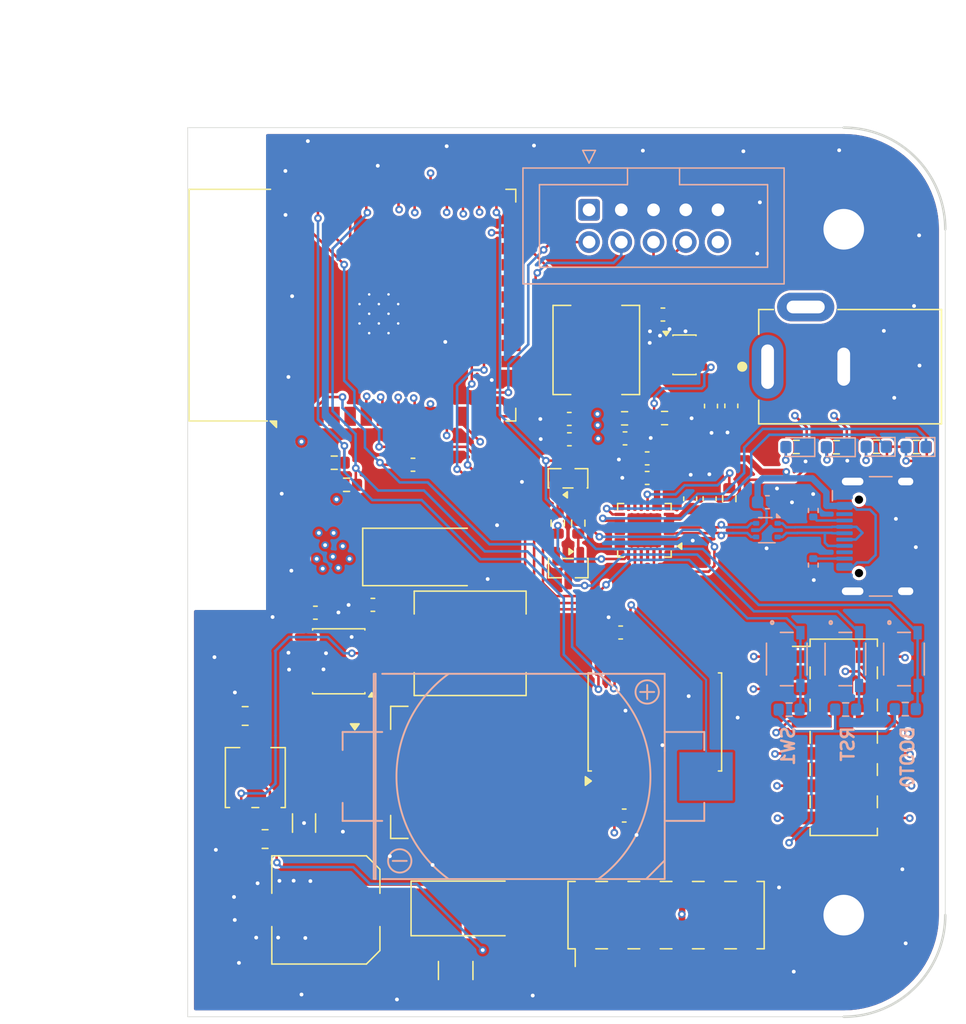
<source format=kicad_pcb>
(kicad_pcb (version 20241229) (generator "pcbnew") (generator_version "9.0")
  (layers (0 "F.Cu" signal) (4 "In1.Cu" signal) (6 "In2.Cu" signal) (2 "B.Cu" signal) (13 "F.Paste" user) (15 "B.Paste" user) (5 "F.SilkS" user "F.Silkscreen") (7 "B.SilkS" user "B.Silkscreen") (1 "F.Mask" user) (3 "B.Mask" user) (25 "Edge.Cuts" user))
  (net 0 "")
  (net 1 "GND")
  (net 2 "VCC12V")
  (net 3 "Net-(U2-SW)")
  (net 4 "Net-(U2-VBST)")
  (net 5 "VBUS")
  (net 6 "CP_3V3")
  (net 7 "VCC3V3")
  (net 8 "/ESP_RST")
  (net 9 "VBAT")
  (net 10 "Net-(U6-REF)")
  (net 11 "VCCHV")
  (net 12 "Net-(D3-A)")
  (net 13 "/HV PSU/HV_FB")
  (net 14 "Net-(D2-A)")
  (net 15 "Net-(D2-K)")
  (net 16 "Net-(D4-K)")
  (net 17 "Net-(D4-A)")
  (net 19 "unconnected-(J3-Pin_1-Pad1)")
  (net 21 "/USB_D_RAW_N")
  (net 23 "Net-(J2-CC2)")
  (net 24 "/USB_D_RAW_P")
  (net 25 "Net-(J2-CC1)")
  (net 27 "/IO0")
  (net 28 "Net-(Q1-B)")
  (net 29 "/CP_~{DTR}")
  (net 30 "/CP_~{RTS}")
  (net 31 "Net-(Q2-B)")
  (net 32 "Net-(Q3-S)")
  (net 33 "Net-(Q3-G)")
  (net 34 "/RTC_SCL")
  (net 35 "/RTC_SDA")
  (net 36 "Net-(R20-Pad1)")
  (net 37 "/SW1")
  (net 38 "/CP_RXD")
  (net 39 "Net-(U1-~{RST})")
  (net 42 "/USB_D_N")
  (net 43 "/CP_~{DSR}")
  (net 45 "/CP_TXD")
  (net 48 "/CP_~{CTS}")
  (net 52 "/USB_D_P")
  (net 53 "Net-(U2-VFB)")
  (net 56 "/RTC_SQW")
  (net 57 "/G_A0")
  (net 58 "/~{N_LE}")
  (net 59 "/G_A5")
  (net 62 "/G_A2")
  (net 64 "/ESP_TDI")
  (net 65 "/G_A4")
  (net 67 "/ESP_TDO")
  (net 68 "/G_A3")
  (net 70 "/N2")
  (net 72 "/N0")
  (net 73 "/N1")
  (net 74 "/G_A1")
  (net 77 "/ESP_TCK")
  (net 78 "/ESP_TMS")
  (net 79 "Net-(D16-A)")
  (net 80 "/N3")
  (net 81 "Net-(D17-A)")
  (net 83 "/LED_3")
  (net 84 "/LED_1")
  (net 85 "/LED_2")
  (footprint "Capacitor_SMD:C_1210_3225Metric" (layer "F.Cu") (at 212.995 131.61 -90)
    (property "Reference" "C18" (hide yes))
    (property "Value" "100nF")
  )
  (footprint "Resistor_SMD:R_0805_2012Metric" (layer "F.Cu") (at 196.405 111.57 180)
    (property "Reference" "R20" (hide yes))
    (property "Value" "10k")
  )
  (footprint "Capacitor_SMD:C_0603_1608Metric" (layer "F.Cu") (at 226.275 119.41 180)
    (property "Reference" "C13" (hide yes))
    (property "Value" "100nF")
  )
  (footprint "Package_SO:SO-8_3.9x4.9mm_P1.27mm" (layer "F.Cu") (at 203.78 107.265 180)
    (property "Reference" "U6" (hide yes))
    (property "Value" "MAX1771xSA")
  )
  (footprint "Package_DFN_QFN:QFN-24-1EP_4x4mm_P0.5mm_EP2.6x2.6mm" (layer "F.Cu") (at 227.8675 96.95 180)
    (property "Reference" "U1" (hide yes))
    (property "Value" "CP2102N-Axx-xQFN24")
  )
  (footprint "Capacitor_SMD:C_0603_1608Metric" (layer "F.Cu") (at 206.47 102.82 180)
    (property "Reference" "C16" (hide yes))
    (property "Value" "100nF")
  )
  (footprint "Capacitor_SMD:C_0603_1608Metric" (layer "F.Cu") (at 229.325 79.965 180)
    (property "Reference" "C3" (hide yes))
    (property "Value" "100nF")
  )
  (footprint "Capacitor_SMD:C_0603_1608Metric" (layer "F.Cu") (at 226.34 89.715)
    (property "Reference" "C11" (hide yes))
    (property "Value" "22uF")
  )
  (footprint "Resistor_SMD:R_0603_1608Metric" (layer "F.Cu") (at 204.395 93.37)
    (property "Reference" "R15" (hide yes))
    (property "Value" "4.7k")
  )
  (footprint "Resistor_SMD:R_0603_1608Metric" (layer "F.Cu") (at 239.83 90.39 180)
    (property "Reference" "R11" (hide yes))
    (property "Value" "1k")
  )
  (footprint "Capacitor_SMD:C_0603_1608Metric" (layer "F.Cu") (at 234.715 87.155 -90)
    (property "Reference" "C1" (hide yes))
    (property "Value" "10uF")
  )
  (footprint "Resistor_SMD:R_0805_2012Metric" (layer "F.Cu") (at 197.975 121.26 180)
    (property "Reference" "R18" (hide yes))
    (property "Value" "1.5M")
  )
  (footprint "Resistor_SMD:R_0603_1608Metric" (layer "F.Cu") (at 221.035 96.38875 90)
    (property "Reference" "R1" (hide yes))
    (property "Value" "10k")
  )
  (footprint "Capacitor_SMD:C_Elec_8x10.2" (layer "F.Cu") (at 202.765 126.84 180)
    (property "Reference" "C17" (hide yes))
    (property "Value" "4.7uF")
  )
  (footprint "Yet-Another-Nixie-Clock:CUI_PJ-002BH" (layer "F.Cu") (at 237.575 84.07)
    (property "Reference" "J1" (hide yes))
    (property "Value" "PJ-002BH")
  )
  (footprint "Package_TO_SOT_SMD:SOT-23" (layer "F.Cu") (at 221.845 92.85875 90)
    (property "Reference" "Q1" (hide yes))
    (property "Value" "MMBT2222A")
  )
  (footprint "Potentiometer_SMD:Potentiometer_Bourns_3314G_Vertical" (layer "F.Cu") (at 197.205 116.42 180)
    (property "Reference" "RV1" (hide yes))
    (property "Value" "5k")
  )
  (footprint "Resistor_SMD:R_0603_1608Metric" (layer "F.Cu") (at 246.155 90.37 180)
    (property "Reference" "R9" (hide yes))
    (property "Value" "1k")
  )
  (footprint "Connector_PinHeader_2.54mm:PinHeader_2x06_P2.54mm_Vertical_SMD" (layer "F.Cu") (at 243.575 113.25)
    (property "Reference" "J10" (hide yes))
    (property "Value" "Conn_02x06_Odd_Even")
  )
  (footprint "Capacitor_SMD:C_0603_1608Metric" (layer "F.Cu") (at 228.085 92.83)
    (property "Reference" "C4" (hide yes))
    (property "Value" "100nF")
  )
  (footprint "Package_SO:SOIC-16W_7.5x10.3mm_P1.27mm" (layer "F.Cu") (at 228.692501 112.04 90)
    (property "Reference" "U4" (hide yes))
    (property "Value" "DS3231M")
  )
  (footprint "Package_TO_SOT_SMD:SOT-23-6" (layer "F.Cu") (at 231.025 83.135)
    (property "Reference" "U2" (hide yes))
    (property "Value" "TPS563200")
  )
  (footprint "Capacitor_SMD:C_0603_1608Metric" (layer "F.Cu") (at 233.115 87.17 -90)
    (property "Reference" "C2" (hide yes))
    (property "Value" "10uF")
  )
  (footprint "Capacitor_SMD:C_0603_1608Metric" (layer "F.Cu") (at 201.94 103.44)
    (property "Reference" "C19" (hide yes))
    (property "Value" "100nF")
  )
  (footprint "Capacitor_SMD:C_0603_1608Metric" (layer "F.Cu") (at 209.63 91.79 180)
    (property "Reference" "C12" (hide yes))
    (property "Value" "100nF")
  )
  (footprint "Capacitor_SMD:C_0603_1608Metric" (layer "F.Cu") (at 225.995 105)
    (property "Reference" "C14" (hide yes))
    (property "Value" "100nF")
  )
  (footprint "Capacitor_SMD:C_0603_1608Metric" (layer "F.Cu") (at 221.945 88.185 180)
    (property "Reference" "C10" (hide yes))
    (property "Value" "22uF")
  )
  (footprint "Diode_SMD:D_SMB_Handsoldering" (layer "F.Cu") (at 214.1875 126.72)
    (property "Reference" "D3" (hide yes))
    (property "Value" "D_Small")
  )
  (footprint "Resistor_SMD:R_0603_1608Metric" (layer "F.Cu") (at 222.655 96.38875 -90)
    (property "Reference" "R2" (hide yes))
    (property "Value" "10k")
  )
  (footprint "Resistor_SMD:R_0603_1608Metric" (layer "F.Cu") (at 226.305 88.135)
    (property "Reference" "R6" (hide yes))
    (property "Value" "33.2k")
  )
  (footprint "Resistor_SMD:R_0603_1608Metric" (layer "F.Cu") (at 203.425 91.63)
    (property "Reference" "R14" (hide yes))
    (property "Value" "4.7k")
  )
  (footprint "Resistor_SMD:R_0603_1608Metric" (layer "F.Cu") (at 234.555 94.46 90)
    (property "Reference" "R3" (hide yes))
    (property "Value" "10k")
  )
  (footprint "Inductor_SMD:L_APV_APH0615" (layer "F.Cu") (at 224.075 82.755 -90)
    (property "Reference" "L1" (hide yes))
    (property "Value" "22uH")
  )
  (footprint "Resistor_SMD:R_0603_1608Metric" (layer "F.Cu") (at 229.455 88.115)
    (property "Reference" "R7" (hide yes))
    (property "Value" "10k")
  )
  (footprint "Package_TO_SOT_SMD:SOT-23" (layer "F.Cu") (at 221.865 99.92875 -90)
    (property "Reference" "Q2" (hide yes))
    (property "Value" "MMBT2222A")
  )
  (footprint "Capacitor_SMD:C_0603_1608Metric" (layer "F.Cu") (at 221.955 89.785 180)
    (property "Reference" "C9" (hide yes))
    (property "Value" "22uF")
  )
  (footprint "Connector_PinHeader_2.54mm:PinHeader_2x06_P2.54mm_Vertical_SMD" (layer "F.Cu") (at 229.575002 127.25 90)
    (property "Reference" "J11" (hide yes))
    (property "Value" "Conn_02x06_Odd_Even")
  )
  (footprint "Capacitor_SMD:C_0603_1608Metric" (layer "F.Cu") (at 233.005 94.46 90)
    (property "Reference" "C8" (hide yes))
    (property "Value" "10uF")
  )
  (footprint "Capacitor_SMD:C_0603_1608Metric" (layer "F.Cu") (at 231.475 94.47 -90)
    (property "Reference" "C7" (hide yes))
    (property "Value" "100nF")
  )
  (footprint "MountingHole:MountingHole_3.2mm_M3_Pad" (layer "F.Cu") (at 243.575 73.25)
    (property "Reference" "H2" (hide yes))
    (property "Value" "MountingHole_Pad" (hide yes))
  )
  (footprint "Capacitor_Tantalum_SMD:CP_EIA-7343-15_Kemet-W_HandSolder" (layer "F.Cu") (at 210.2575 99.05)
    (property "Reference" "C15" (hide yes))
    (property "Value" "100uF")
  )
  (footprint "Inductor_SMD:L_APV_APH0840" (layer "F.Cu") (at 214.135 105.85)
    (property "Reference" "L2" (hide yes))
    (property "Value" "100uH / 2.5 A")
  )
  (footprint "MountingHole:MountingHole_3.2mm_M3_Pad" (layer "F.Cu") (at 243.575 127.25)
    (property "Reference" "H3" (hide yes))
    (property "Value" "MountingHole_Pad")
  )
  (footprint "RF_Module:ESP32-WROOM-32" (layer "F.Cu") (at 207.85 79.225 90)
    (property "Reference" "U5" (hide yes))
    (property "Value" "ESP32-WROOM-32")
  )
  (footprint "Resistor_SMD:R_0603_1608Metric" (layer "F.Cu") (at 242.99 90.41 180)
    (property "Reference" "R10" (hide yes))
    (property "Value" "1k")
  )
  (footprint "Capacitor_SMD:C_0603_1608Metric" (layer "F.Cu") (at 228.085 91.29 180)
    (property "Reference" "C6" (hide yes))
    (property "Value" "10uF")
  )
  (footprint "Resistor_SMD:R_1206_3216Metric" (layer "F.Cu") (at 201.045 120 -90)
    (property "Reference" "R19" (hide yes))
    (property "Value" "50m")
  )
  (footprint "Resistor_SMD:R_0603_1608Metric" (layer "F.Cu") (at 249.295 90.39)
    (property "Reference" "R21" (hide yes))
    (property "Value" "1k")
  )
  (footprint "Package_TO_SOT_SMD:TO-263-2" (layer "F.Cu") (at 212.695 116.01)
    (property "Reference" "Q3" (hide yes))
    (property "Value" "Q_NMOS")
  )
  (footprint "Package_TO_SOT_SMD:SOT-666" (layer "B.Cu") (at 237.515 96.94 180)
    (property "Reference" "U3" (hide yes))
    (property "Value" "USBLC6-2P6")
  )
  (footprint "Yet-Another-Nixie-Clock:SW_SKRPACE010" (layer "B.Cu") (at 239.085 107.090152 -90)
    (property "Reference" "SW3" (hide yes))
    (property "Value" "SW_MEC_5E")
  )
  (footprint "Resistor_SMD:R_0402_1005Metric" (layer "B.Cu") (at 241.175 99.69 -90)
    (property "Reference" "R4" (hide yes))
    (property "Value" "5.1k")
  )
  (footprint "LED_SMD:LED_0603_1608Metric" (layer "B.Cu") (at 246.1275 90.38 180)
    (property "Reference" "D2" (hide yes))
    (property "Value" "LED")
  )
  (footprint "Capacitor_SMD:C_0603_1608Metric" (layer "B.Cu") (at 237.56 94.74 180)
    (property "Reference" "C5" (hide yes))
    (property "Value" "100nF")
  )
  (footprint "LED_SMD:LED_0603_1608Metric" (layer "B.Cu") (at 239.805 90.4 180)
    (property "Reference" "D17" (hide yes))
    (property "Value" "LED")
  )
  (footprint "Resistor_SMD:R_0402_1005Metric" (layer "B.Cu") (at 241.175 95.390001 90)
    (property "Reference" "R5" (hide yes))
    (property "Value" "5.1k")
  )
  (footprint "Yet-Another-Nixie-Clock:SW_SKRPACE010" (layer "B.Cu") (at 248.32 107.090152 -90)
    (property "Reference" "SW2" (hide yes))
    (property "Value" "SW_MEC_5E")
  )
  (footprint "Yet-Another-Nixie-Clock-Face:BAT-TH_CR2032-BS-6-1" (layer "B.Cu") (at 218.335 116.33)
    (property "Reference" "BT1" (hide yes))
    (property "Value" "Battery_Cell")
  )
  (footprint "Connector_USB:USB_C_Receptacle_HCTL_HC-TYPE-C-16P-01A" (layer "B.Cu") (at 247.38 97.43 -90)
    (property "Reference" "J2" (hide yes))
    (property "Value" "USB_C_Receptacle_USB2.0")
  )
  (footprint "Connector_IDC:IDC-Header_2x05_P2.54mm_Vertical" (layer "B.Cu") (at 223.505 71.72 -90)
    (property "Reference" "J3" (hide yes))
    (property "Value" "JTAG")
  )
  (footprint "Resistor_SMD:R_0603_1608Metric" (layer "B.Cu") (at 239.27 111.07)
    (property "Reference" "R17" (hide yes))
    (property "Value" "10k")
  )
  (footprint "Yet-Another-Nixie-Clock:SW_SKRPACE010" (layer "B.Cu") (at 243.7025 107.090152 -90)
    (property "Reference" "SW1" (hide yes))
    (property "Value" "SW_MEC_5E")
  )
  (footprint "Resistor_SMD:R_0603_1608Metric" (layer "B.Cu") (at 243.725 111.06)
    (property "Reference" "R12" (hide yes))
    (property "Value" "10k")
  )
  (footprint "Resistor_SMD:R_0603_1608Metric" (layer "B.Cu") (at 248.425 111.03)
    (property "Reference" "R13" (hide yes))
    (property "Value" "10k")
  )
  (footprint "LED_SMD:LED_0603_1608Metric" (layer "B.Cu") (at 242.992501 90.41 180)
    (property "Reference" "D16" (hide yes))
    (property "Value" "LED")
  )
  (footprint "LED_SMD:LED_0603_1608Metric" (layer "B.Cu") (at 249.2675 90.39 180)
    (property "Reference" "D4" (hide yes))
    (property "Value" "LED")
  )
  (gr_line (start 191.875 135.25) (end 191.875 65.25) (stroke (width 0.05)) (layer "Edge.Cuts"))
  (gr_line (start 251.575 73.25) (end 251.575 127.25) (stroke (width 0.05)) (layer "Edge.Cuts"))
  (gr_line (start 243.575 65.25) (end 191.875 65.25) (stroke (width 0.05)) (layer "Edge.Cuts"))
  (gr_arc (start 243.575 65.25) (mid 249.231854 67.593146) (end 251.575 73.25) (stroke (width 0.2)) (layer "Edge.Cuts"))
  (gr_line (start 191.875 135.25) (end 243.575 135.25) (stroke (width 0.05)) (layer "Edge.Cuts"))
  (gr_arc (start 251.575 127.25) (mid 249.231854 132.906854) (end 243.575 135.25) (stroke (width 0.2)) (layer "Edge.Cuts"))
  (gr_text "SW1" (at 239.775 112.28 90) (layer "B.SilkS") (effects (font (size 1 1) (thickness 0.2) (bold yes)) (justify left bottom mirror)))
  (gr_text "BOOT0" (at 249.185 112.28 90) (layer "B.SilkS") (effects (font (size 1 1) (thickness 0.2) (bold yes)) (justify left bottom mirror)))
  (gr_text "RST" (at 244.48 112.28 90) (layer "B.SilkS") (effects (font (size 1 1) (thickness 0.2) (bold yes)) (justify left bottom mirror)))
  (segment (start 215.835 85.12) (end 217.175 85.12) (width 0.2) (layer "F.Cu") (net 1))
  (segment (start 199.885 107.9) (end 199.865 107.92) (width 0.2) (layer "F.Cu") (net 1))
  (segment (start 228.33 89.715) (end 228.365 89.68) (width 0.2) (layer "F.Cu") (net 1))
  (segment (start 233.115 89.24) (end 233.155 89.28) (width 0.2) (layer "F.Cu") (net 1))
  (segment (start 199.6 70.475) (end 199.6 68.685) (width 1) (layer "F.Cu") (net 1))
  (segment (start 213.775 99.05) (end 215.515 100.79) (width 0.2) (layer "F.Cu") (net 1))
  (segment (start 199.855 106.63) (end 199.815001 106.59) (width 0.2) (layer "F.Cu") (net 1))
  (segment (start 231.475 92.62) (end 231.515 92.58) (width 0.2) (layer "F.Cu") (net 1))
  (segment (start 199.6 68.685) (end 199.575 68.66) (width 1) (layer "F.Cu") (net 1))
  (segment (start 233.005 92.56) (end 232.985 92.54) (width 0.2) (layer "F.Cu") (net 1))
  (segment (start 221.17 88.185) (end 219.67 88.185) (width 0.2) (layer "F.Cu") (net 1))
  (segment (start 231.57 88.115) (end 231.585 88.13) (width 0.2) (layer "F.Cu") (net 1))
  (segment (start 199.165001 124.610001) (end 199.105 124.55) (width 0.2) (layer "F.Cu") (net 1))
  (segment (start 225.945 91.29) (end 225.855 91.38) (width 0.2) (layer "F.Cu") (net 1))
  (segment (start 219.71 89.785) (end 219.695 89.77) (width 0.2) (layer "F.Cu") (net 1))
  (segment (start 206.355 105.36) (end 204.805001 105.360001) (width 0.2) (layer "F.Cu") (net 1))
  (segment (start 205.695 102.82) (end 204.565 102.819999) (width 0.2) (layer "F.Cu") (net 1))
  (segment (start 201.205 107.9) (end 202.575 107.9) (width 0.2) (layer "F.Cu") (net 1))
  (segment (start 231.475 93.695) (end 231.475 92.62) (width 0.2) (layer "F.Cu") (net 1))
  (segment (start 201.205 106.63) (end 199.855 106.63) (width 0.2) (layer "F.Cu") (net 1))
  (segment (start 225.22 103.975) (end 225.045 103.8) (width 0.2) (layer "F.Cu") (net 1))
  (segment (start 219.67 88.185) (end 219.665 88.19) (width 0.2) (layer "F.Cu") (net 1))
  (segment (start 217.175 85.12) (end 217.36 84.935) (width 0.2) (layer "F.Cu") (net 1))
  (segment (start 202.715 103.44) (end 203.735 103.44) (width 0.2) (layer "F.Cu") (net 1))
  (segment (start 234.715 87.93) (end 234.715 88.95) (width 0.2) (layer "F.Cu") (net 1))
  (segment (start 204.565 102.819999) (end 204.555 102.83) (width 0.2) (layer "F.Cu") (net 1))
  (segment (start 195.4925 109.8225) (end 195.595 109.72) (width 0.2) (layer "F.Cu") (net 1))
  (segment (start 204.805001 105.360001) (end 204.795 105.35) (width 0.2) (layer "F.Cu") (net 1))
  (segment (start 213.465 99.05) (end 213.775 99.05) (width 0.2) (layer "F.Cu") (net 1))
  (segment (start 227.05 120.745) (end 227.245 120.94) (width 0.2) (layer "F.Cu") (net 1))
  (segment (start 233.115 87.945) (end 233.115 89.24) (width 0.2) (layer "F.Cu") (net 1))
  (segment (start 230.905 97.7) (end 229.804999 97.7) (width 0.2) (layer "F.Cu") (net 1))
  (segment (start 199.6 72.105) (end 199.585 72.12) (width 1) (layer "F.Cu") (net 1))
  (segment (start 199.6 70.475) (end 199.6 72.105) (width 1) (layer "F.Cu") (net 1))
  (segment (start 231.675 97.76) (end 230.965 97.76) (width 0.2) (layer "F.Cu") (net 1))
  (segment (start 226.135 92.83) (end 226.125 92.82) (width 0.2) (layer "F.Cu") (net 1))
  (segment (start 230.965 97.76) (end 230.905 97.7) (width 0.2) (layer "F.Cu") (net 1))
  (segment (start 227.31 91.29) (end 225.945 91.29) (width 0.2) (layer "F.Cu") (net 1))
  (segment (start 199.165001 126.84) (end 199.165001 124.610001) (width 0.2) (layer "F.Cu") (net 1))
  (segment (start 225.22 105) (end 225.22 103.975) (width 0.2) (layer "F.Cu") (net 1))
  (segment (start 201.205 107.9) (end 199.885 107.9) (width 0.2) (layer "F.Cu") (net 1))
  (segment (start 233.005 93.685) (end 233.005 92.56) (width 0.2) (layer "F.Cu") (net 1))
  (segment (start 227.31 92.83) (end 226.135 92.83) (width 0.2) (layer "F.Cu") (net 1))
  (segment (start 195.4925 111.57) (end 195.4925 109.8225) (width 0.2) (layer "F.Cu") (net 1))
  (segment (start 230.28 88.115) (end 231.57 88.115) (width 0.2) (layer "F.Cu") (net 1))
  (segment (start 227.05 119.41) (end 227.05 120.745) (width 0.2) (layer "F.Cu") (net 1))
  (segment (start 201.205 106.63) (end 202.775 106.63) (width 0.2) (layer "F.Cu") (net 1))
  (segment (start 203.735 103.44) (end 203.755 103.42) (width 0.2) (layer "F.Cu") (net 1))
  (segment (start 227.115 89.715) (end 228.33 89.715) (width 0.2) (layer "F.Cu") (net 1))
  (segment (start 234.715 88.95) (end 234.415 89.25) (width 0.2) (layer "F.Cu") (net 1))
  (segment (start 221.18 89.785) (end 219.71 89.785) (width 0.2) (layer "F.Cu") (net 1))
  (via (at 200.045 100.13) (size 0.6) (drill 0.3) (layers "F.Cu" "B.Cu") (net 1))
  (via (at 195.585 127.63) (size 0.6) (drill 0.3) (layers "F.Cu" "B.Cu") (net 1))
  (via (at 204.555 102.83) (size 0.6) (drill 0.3) (layers "F.Cu" "B.Cu") (net 1))
  (via (at 231.105 81.28) (size 0.6) (drill 0.3) (layers "F.Cu" "B.Cu") (net 1))
  (via (at 204.795 105.35) (size 0.6) (drill 0.3) (layers "F.Cu" "B.Cu") (net 1))
  (via (at 228.365 89.68) (size 0.6) (drill 0.3) (layers "F.Cu" "B.Cu") (net 1))
  (via (at 249.545 83.98) (size 0.6) (drill 0.3) (layers "F.Cu" "B.Cu") (net 1))
  (via (at 235.665 67.11) (size 0.6) (drill 0.3) (layers "F.Cu" "B.Cu") (net 1))
  (via (at 219.695 89.77) (size 0.6) (drill 0.3) (layers "F.Cu" "B.Cu") (net 1))
  (via (at 226.375 111.15) (size 0.6) (drill 0.3) (layers "F.Cu" "B.Cu") (net 1))
  (via (at 229.095 81.625) (size 0.6) (drill 0.3) (layers "F.Cu" "B.Cu") (net 1))
  (via (at 243.855 91.47) (size 0.6) (drill 0.3) (layers "F.Cu" "B.Cu") (net 1))
  (via (at 226.125 92.82) (size 0.6) (drill 0.3) (layers "F.Cu" "B.Cu") (net 1))
  (via (at 236.755 75.16) (size 0.6) (drill 0.3) (layers "F.Cu" "B.Cu") (net 1))
  (via (at 201.145 129.05) (size 0.6) (drill 0.3) (layers "F.Cu" "B.Cu") (net 1))
  (via (at 249.515 73.73) (size 0.6) (drill 0.3) (layers "F.Cu" "B.Cu") (net 1))
  (via (at 207.805 122.61) (size 0.6) (drill 0.3) (layers "F.Cu" "B.Cu") (net 1))
  (via (at 239.635 131.7) (size 0.6) (drill 0.3) (layers "F.Cu" "B.Cu") (net 1))
  (via (at 195.915 131.01) (size 0.6) (drill 0.3) (layers "F.Cu" "B.Cu") (net 1))
  (via (at 199.815 84.88) (size 0.6) (drill 0.3) (layers "F.Cu" "B.Cu") (net 1))
  (via (at 201.345 66.31) (size 0.6) (drill 0.3) (layers "F.Cu" "B.Cu") (net 1))
  (via (at 232.985 92.54) (size 0.6) (drill 0.3) (layers "F.Cu" "B.Cu") (net 1))
  (via (at 236.965 71.13) (size 0.6) (drill 0.3) (layers "F.Cu" "B.Cu") (net 1))
  (via (at 247.555 86.52) (size 0.6) (drill 0.3) (layers "F.Cu" "B.Cu") (net 1))
  (via (at 247.685 96.05) (size 0.6) (drill 0.3) (layers "F.Cu" "B.Cu") (net 1))
  (via (at 215.515 100.79) (size 0.6) (drill 0.3) (layers "F.Cu" "B.Cu") (net 1))
  (via (at 231.675 97.76) (size 0.6) (drill 0.3) (layers "F.Cu" "B.Cu") (net 1))
  (via (at 200.105 78.52) (size 0.6) (drill 0.3) (layers "F.Cu" "B.Cu") (net 1))
  (via (at 228.285 82.195) (size 0.6) (drill 0.3) (layers "F.Cu" "B.Cu") (net 1))
  (via (at 237.495 98.37) (size 0.6) (drill 0.3) (layers "F.Cu" "B.Cu") (net 1))
  (via (at 231.355 110.01) (size 0.6) (drill 0.3) (layers "F.Cu" "B.Cu") (net 1))
  (via (at 215.835 85.12) (size 0.6) (drill 0.3) (layers "F.Cu" "B.Cu") (net 1))
  (via (at 203.755 103.42) (size 0.6) (drill 0.3) (layers "F.Cu" "B.Cu") (net 1))
  (via (at 219.165 66.66) (size 0.6) (drill 0.3) (layers "F.Cu" "B.Cu") (net 1))
  (via (at 238.315 93.66) (size 0.6) (drill 0.3) (layers "F.Cu" "B.Cu") (net 1))
  (via (at 195.595 109.72) (size 0.6) (drill 0.3) (layers "F.Cu" "B.Cu") (net 1))
  (via (at 218.215 93.14) (size 0.6) (drill 0.3) (layers "F.Cu" "B.Cu") (net 1))
  (via (at 228.305 81.285) (size 0.6) (drill 0.3) (layers "F.Cu" "B.Cu") (net 1))
  (via (at 225.045 103.8) (size 0.6) (drill 0.3) (layers "F.Cu" "B.Cu") (net 1))
  (via (at 211.175 123.3) (size 0.6) (drill 0.3) (layers "F.Cu" "B.Cu") (net 1))
  (via (at 195.525 125.82) (size 0.6) (drill 0.3) (layers "F.Cu" "B.Cu") (net 1))
  (via (at 231.585 88.13) (size 0.6) (drill 0.3) (layers "F.Cu" "B.Cu") (net 1))
  (via (at 225.855 91.38) (size 0.6) (drill 0.3) (layers "F.Cu" "B.Cu") (net 1))
  (via (at 199.285 94.07) (size 0.6) (drill 0.3) (layers "F.Cu" "B.Cu") (net 1))
  (via (at 249.115 79.29) (size 0.6) (drill 0.3) (layers "F.Cu" "B.Cu") (net 1))
  (via (at 248.455 129.47) (size 0.6) (drill 0.3) (layers "F.Cu" "B.Cu") (net 1))
  (via (at 199.005 129.02) (size 0.6) (drill 0.3) (layers "F.Cu" "B.Cu") (net 1))
  (via (at 199.585 72.12) (size 0.6) (drill 0.3) (layers "F.Cu" "B.Cu") (net 1))
  (via (at 193.985 106.94) (size 0.6) (drill 0.3) (layers "F.Cu" "B.Cu") (net 1))
  (via (at 199.865 107.92) (size 0.6) (drill 0.3) (layers "F.Cu" "B.Cu") (net 1))
  (via (at 235.215 111.7) (size 0.6) (drill 0.3) (layers "F.Cu" "B.Cu") (net 1))
  (via (at 197.385 124.74) (size 0.6) (drill 0.3) (layers "F.Cu" "B.Cu") (net 1))
  (via (at 243.215 67.03) (size 0.6) (drill 0.3) (layers "F.Cu" "B.Cu") (net 1))
  (via (at 216.255 96.55) (size 0.6) (drill 0.3) (layers "F.Cu" "B.Cu") (net 1))
  (via (at 229.285 113.87) (size 0.6) (drill 0.3) (layers "F.Cu" "B.Cu") (net 1))
  (via (at 194.095 122.11) (size 0.6) (drill 0.3) (layers "F.Cu" "B.Cu") (net 1))
  (via (at 234.415 89.25) (size 0.6) (drill 0.3) (layers "F.Cu" "B.Cu") (net 1))
  (via (at 199.815001 106.59) (size 0.6) (drill 0.3) (layers "F.Cu" "B.Cu") (net 1))
  (via (at 206.855 68.25) (size 0.6) (drill 0.3) (layers "F.Cu" "B.Cu") (net 1))
  (via (at 208.365 133.89) (size 0.6) (drill 0.3) (layers "F.Cu" "B.Cu") (net 1))
  (via (at 199.575 68.66) (size 0.6) (drill 0.3) (layers "F.Cu" "B.Cu") (net 1))
  (via (at 204.105 120.68) (size 0.6) (drill 0.3) (layers "F.Cu" "B.Cu") (net 1))
  (via (at 241.165 94.1) (size 0.6) (drill 0.3) (layers "F.Cu" "B.Cu") (net 1))
  (via (at 202.575 107.9) (size 0.6) (drill 0.3) (layers "F.Cu" "B.Cu") (net 1))
  (via (at 239.495 94.75) (size 0.6) (drill 0.3) (layers "F.Cu" "B.Cu") (net 1))
  (via (at 227.245 120.94) (size 0.6) (drill 0.3) (layers "F.Cu" "B.Cu") (net 1))
  (via (at 199.105 124.55) (size 0.6) (drill 0.3) (layers "F.Cu" "B.Cu") (net 1))
  (via (at 229.845 81.115) (size 0.6) (drill 0.3) (layers "F.Cu" "B.Cu") (net 1))
  (via (at 219.065 133.58) (size 0.6) (drill 0.3) (layers "F.Cu" "B.Cu") (net 1))
  (via (at 231.515 92.58) (size 0.6) (drill 0.3) (layers "F.Cu" "B.Cu") (net 1))
  (via (at 200.225 124.54) (size 0.6) (drill 0.3) (layers "F.Cu" "B.Cu") (net 1))
  (via (at 201.544999 124.57) (size 0.6) (drill 0.3) (layers "F.Cu" "B.Cu") (net 1))
  (via (at 249.255 98.28) (size 0.6) (drill 0.3) (layers "F.Cu" "B.Cu") (net 1))
  (via (at 201.045 120) (size 0.6) (drill 0.3) (layers "F.Cu" "B.Cu") (net 1))
  (via (at 227.745 67.06) (size 0.6) (drill 0.3) (layers "F.Cu" "B.Cu") (net 1))
  (via (at 238.475 125.07) (size 0.6) (drill 0.3) (layers "F.Cu" "B.Cu") (net 1))
  (via (at 241.215 100.87) (size 0.6) (drill 0.3) (layers "F.Cu" "B.Cu") (net 1))
  (via (at 202.775 106.63) (size 0.6) (drill 0.3) (layers "F.Cu" "B.Cu") (net 1))
  (via (at 233.155 89.28) (size 0.6) (drill 0.3) (layers "F.Cu" "B.Cu") (net 1))
  (via (at 197.274999 129.02) (size 0.6) (drill 0.3) (layers "F.Cu" "B.Cu") (net 1))
  (via (at 240.565 91.53) (size 0.6) (drill 0.3) (layers "F.Cu" "B.Cu") (net 1))
  (via (at 212.285 66.71) (size 0.6) (drill 0.3) (layers "F.Cu" "B.Cu") (net 1))
  (via (at 248.195 123.64) (size 0.6) (drill 0.3) (layers "F.Cu" "B.Cu") (net 1))
  (via (at 246.735 81.25) (size 0.6) (drill 0.3) (layers "F.Cu" "B.Cu") (net 1))
  (via (at 200.845 133.5) (size 0.6) (drill 0.3) (layers "F.Cu" "B.Cu") (net 1))
  (via (at 212.175 82.12) (size 0.6) (drill 0.3) (layers "F.Cu" "B.Cu") (net 1))
  (via (at 219.665 88.19) (size 0.6) (drill 0.3) (layers "F.Cu" "B.Cu") (net 1))
  (via (at 198.565 103.78) (size 0.6) (drill 0.3) (layers "F.Cu" "B.Cu") (net 1))
  (segment (start 243.780002 91.395002) (end 243.855 91.47) (width 0.2) (layer "B.Cu") (net 1))
  (segment (start 238.335 93.68) (end 238.315 93.66) (width 0.2) (layer "B.Cu") (net 1))
  (segment (start 238.335 94.74) (end 239.485 94.74) (width 0.2) (layer "B.Cu") (net 1))
  (segment (start 239.485 94.74) (end 239.495 94.75) (width 0.2) (layer "B.Cu") (net 1))
  (segment (start 247.245 105.015152) (end 247.245 109.165152) (width 0.2) (layer "B.Cu") (net 1))
  (segment (start 241.175 100.199999) (end 241.175 100.83) (width 0.2) (layer "B.Cu") (net 1))
  (segment (start 242.6275 105.015152) (end 242.6275 109.165152) (width 0.2) (layer "B.Cu") (net 1))
  (segment (start 238.335 94.74) (end 238.335 93.68) (width 0.2) (layer "B.Cu") (net 1))
  (segment (start 241.175 94.880002) (end 241.175 94.11) (width 0.2) (layer "B.Cu") (net 1))
  (segment (start 243.780002 90.41) (end 243.780002 91.395002) (width 0.2) (layer "B.Cu") (net 1))
  (segment (start 238.44 96.94) (end 237.795 96.94) (width 0.2) (layer "B.Cu") (net 1))
  (segment (start 240.5925 91.5025) (end 240.565 91.53) (width 0.2) (layer "B.Cu") (net 1))
  (segment (start 237.795 96.94) (end 237.625 97.11) (width 0.2) (layer "B.Cu") (net 1))
  (segment (start 240.5925 90.4) (end 240.5925 91.5025) (width 0.2) (layer "B.Cu") (net 1))
  (segment (start 238.01 105.015152) (end 238.01 109.165152) (width 0.2) (layer "B.Cu") (net 1))
  (segment (start 241.175 100.83) (end 241.215 100.87) (width 0.2) (layer "B.Cu") (net 1))
  (segment (start 237.625 97.11) (end 237.495 97.24) (width 0.2) (layer "B.Cu") (net 1))
  (segment (start 241.175 94.11) (end 241.165 94.1) (width 0.2) (layer "B.Cu") (net 1))
  (segment (start 237.495 97.24) (end 237.495 98.37) (width 0.2) (layer "B.Cu") (net 1))
  (segment (start 231.435 83.135) (end 232.1625 83.135) (width 0.2) (layer "F.Cu") (net 2))
  (segment (start 230.485 84.085) (end 231.435 83.135) (width 0.2) (layer "F.Cu") (net 2))
  (segment (start 229.8875 84.085) (end 230.485 84.085) (width 0.2) (layer "F.Cu") (net 2))
  (via (at 204.625 99.2) (size 0.6) (drill 0.3) (layers "F.Cu" "B.Cu") (net 2))
  (via (at 202.045 99.2) (size 0.6) (drill 0.3) (layers "F.Cu" "B.Cu") (net 2))
  (via (at 202.515 99.97) (size 0.6) (drill 0.3) (layers "F.Cu" "B.Cu") (net 2))
  (via (at 203.375 97.16) (size 0.6) (drill 0.3) (layers "F.Cu" "B.Cu") (net 2))
  (via (at 204.095 98.2) (size 0.6) (drill 0.3) (layers "F.Cu" "B.Cu") (net 2))
  (via (at 202.705 98.12) (size 0.6) (drill 0.3) (layers "F.Cu" "B.Cu") (net 2))
  (via (at 203.745 99.91) (size 0.6) (drill 0.3) (layers "F.Cu" "B.Cu") (net 2))
  (via (at 203.315 99.03) (size 0.6) (drill 0.3) (layers "F.Cu" "B.Cu") (net 2))
  (via (at 202.215 97.16) (size 0.6) (drill 0.3) (layers "F.Cu" "B.Cu") (net 2))
  (segment (start 230.1 79.965) (end 231.495 79.965) (width 0.5) (layer "F.Cu") (net 4))
  (segment (start 231.495 79.965) (end 232.1625 80.6325) (width 0.5) (layer "F.Cu") (net 4))
  (segment (start 232.1625 80.6325) (end 232.1625 82.185) (width 0.5) (layer "F.Cu") (net 4))
  (segment (start 228.86 91.29) (end 228.86 92.83) (width 0.5) (layer "F.Cu") (net 5))
  (segment (start 228.6175 95.012501) (end 229.1175 95.0125) (width 0.2) (layer "F.Cu") (net 5))
  (segment (start 237.085 92.35) (end 236.025 91.29) (width 0.5) (layer "F.Cu") (net 5))
  (segment (start 236.025 91.29) (end 228.86 91.29) (width 0.5) (layer "F.Cu") (net 5))
  (segment (start 239.045 92.35) (end 237.085 92.35) (width 0.5) (layer "F.Cu") (net 5))
  (segment (start 228.86 95.135) (end 228.875 95.15) (width 0.5) (layer "F.Cu") (net 5))
  (segment (start 228.86 92.83) (end 228.86 95.135) (width 0.5) (layer "F.Cu") (net 5))
  (via (at 239.045 92.35) (size 0.6) (drill 0.3) (layers "F.Cu" "B.Cu") (net 5))
  (segment (start 237.185 92.86) (end 239.055 92.86) (width 0.5) (layer "B.Cu") (net 5))
  (segment (start 244.634999 99.48) (end 245.495 99.48) (width 0.2) (layer "B.Cu") (net 5))
  (segment (start 244.308992 95.03) (end 243.635 95.03) (width 0.2) (layer "B.Cu") (net 5))
  (segment (start 237.495 95.45) (end 236.785 94.74) (width 0.2) (layer "B.Cu") (net 5))
  (segment (start 242.205 93.97) (end 242.205 95.01) (width 0.5) (layer "B.Cu") (net 5))
  (segment (start 236.59 96.94) (end 236.914999 96.94) (width 0.2) (layer "B.Cu") (net 5))
  (segment (start 244.284999 99.83) (end 244.634999 99.48) (width 0.2) (layer "B.Cu") (net 5))
  (segment (start 243.635 99.83) (end 244.284999 99.83) (width 0.2) (layer "B.Cu") (net 5))
  (segment (start 236.785 94.74) (end 236.785 93.26) (width 0.5) (layer "B.Cu") (net 5))
  (segment (start 246.085 98.89) (end 246.085 95.77) (width 0.2) (layer "B.Cu") (net 5))
  (segment (start 245.495 99.48) (end 246.085 98.89) (width 0.2) (layer "B.Cu") (net 5))
  (segment (start 246.085 95.77) (end 245.635 95.32) (width 0.2) (layer "B.Cu") (net 5))
  (segment (start 242.225 95.03) (end 242.205 95.01) (width 0.5) (layer "B.Cu") (net 5))
  (segment (start 239.055 92.86) (end 239.055 92.36) (width 0.5) (layer "B.Cu") (net 5))
  (segment (start 243.635 95.03) (end 242.225 95.03) (width 0.5) (layer "B.Cu") (net 5))
  (segment (start 245.635 95.32) (end 244.598992 95.32) (width 0.2) (layer "B.Cu") (net 5))
  (segment (start 239.055 92.86) (end 241.095 92.86) (width 0.5) (layer "B.Cu") (net 5))
  (segment (start 241.095 92.86) (end 242.205 93.97) (width 0.5) (layer "B.Cu") (net 5))
  (segment (start 236.914999 96.94) (end 237.495 96.359999) (width 0.2) (layer "B.Cu") (net 5))
  (segment (start 239.055 92.36) (end 239.045 92.35) (width 0.2) (layer "B.Cu") (net 5))
  (segment (start 244.598992 95.32) (end 244.308992 95.03) (width 0.2) (layer "B.Cu") (net 5))
  (segment (start 236.785 93.26) (end 237.185 92.86) (width 0.5) (layer "B.Cu") (net 5))
  (segment (start 237.495 96.359999) (end 237.495 95.45) (width 0.2) (layer "B.Cu") (net 5))
  (segment (start 246.98 90.37) (end 248.45 90.37) (width 0.2) (layer "F.Cu") (net 6))
  (segment (start 230.645 95.94) (end 229.805 95.94) (width 0.5) (layer "F.Cu") (net 6))
  (segment (start 235.785 93.38) (end 235.785 94.67) (width 0.2) (layer "F.Cu") (net 6))
  (segment (start 239.655 92.97) (end 236.195 92.97) (width 0.2) (layer "F.Cu") (net 6))
  (segment (start 231.34 95.245) (end 230.645 95.94) (width 0.5) (layer "F.Cu") (net 6))
  (segment (start 240.515 92.11) (end 239.655 92.97) (width 0.2) (layer "F.Cu") (net 6))
  (segment (start 229.805 95.94) (end 229.805 95.7) (width 0.2) (layer "F.Cu") (net 6))
  (segment (start 246.465 92.11) (end 240.515 92.11) (width 0.2) (layer "F.Cu") (net 6))
  (segment (start 231.475 95.245) (end 231.34 95.245) (width 0.5) (layer "F.Cu") (net 6))
  (segment (start 236.195 92.97) (end 235.785 93.38) (width 0.2) (layer "F.Cu") (net 6))
  (segment (start 231.485 95.235) (end 231.475 95.245) (width 0.5) (layer "F.Cu") (net 6))
  (segment (start 235.17 95.285) (end 234.555 95.285) (width 0.2) (layer "F.Cu") (net 6))
  (segment (start 246.98 91.595) (end 246.465 92.11) (width 0.2) (layer "F.Cu") (net 6))
  (segment (start 233.845 95.235) (end 234.505 95.235) (width 0.5) (layer "F.Cu") (net 6))
  (segment (start 234.505 95.235) (end 234.555 95.285) (width 0.5) (layer "F.Cu") (net 6))
  (segment (start 233.005 95.235) (end 231.485 95.235) (width 0.5) (layer "F.Cu") (net 6))
  (segment (start 235.785 94.67) (end 235.17 95.285) (width 0.2) (layer "F.Cu") (net 6))
  (segment (start 233.005 95.235) (end 233.845 95.235) (width 0.5) (layer "F.Cu") (net 6))
  (segment (start 246.98 90.37) (end 246.98 91.595) (width 0.2) (layer "F.Cu") (net 6))
  (segment (start 248.45 90.37) (end 248.47 90.39) (width 0.2) (layer "F.Cu") (net 6))
  (segment (start 229.804999 96.2) (end 229.805 95.94) (width 0.2) (layer "F.Cu") (net 6))
  (segment (start 230.815 127.18) (end 230.815 129.744998) (width 0.5) (layer "F.Cu") (net 7))
  (segment (start 230.815 129.744998) (end 230.845002 129.775) (width 0.5) (layer "F.Cu") (net 7))
  (segment (start 203.605 93.405) (end 203.57 93.37) (width 1) (layer "F.Cu") (net 7))
  (segment (start 225.5 119.41) (end 225.5 120.755) (width 0.2) (layer "F.Cu") (net 7))
  (segment (start 225.5 116.707502) (end 225.517501 116.690001) (width 0.2) (layer "F.Cu") (net 7))
  (segment (start 230.845002 129.775) (end 230.845002 124.725) (width 0.5) (layer "F.Cu") (net 7))
  (segment (start 225.5 119.41) (end 225.5 116.707502) (width 0.2) (layer "F.Cu") (net 7))
  (segment (start 200.845 89.97) (end 200.845 88) (width 1) (layer "F.Cu") (net 7))
  (segment (start 200.845 88) (end 200.87 87.975) (width 1) (layer "F.Cu") (net 7))
  (segment (start 203.605 94.51) (end 203.605 93.405) (width 1) (layer "F.Cu") (net 7))
  (segment (start 203.57 93.37) (end 202.6 92.4) (width 1) (layer "F.Cu") (net 7))
  (segment (start 225.5 120.755) (end 225.495 120.76) (width 0.2) (layer "F.Cu") (net 7))
  (segment (start 202.6 92.4) (end 202.6 91.63) (width 1) (layer "F.Cu") (net 7))
  (via (at 225.495 120.76) (size 0.6) (drill 0.3) (layers "F.Cu" "B.Cu") (net 7))
  (via (at 224.185 88.675) (size 0.6) (drill 0.3) (layers "F.Cu" "B.Cu") (net 7))
  (via (at 239.265 121.55) (size 0.6) (drill 0.3) (layers "F.Cu" "B.Cu") (net 7))
  (via (at 203.605 94.51) (size 0.6) (drill 0.3) (layers "F.Cu" "B.Cu") (net 7))
  (via (at 224.165 87.795) (size 0.6) (drill 0.3) (layers "F.Cu" "B.Cu") (net 7))
  (via (at 200.845 89.97) (size 0.6) (drill 0.3) (layers "F.Cu" "B.Cu") (net 7))
  (via (at 224.225 89.735) (size 0.6) (drill 0.3) (layers "F.Cu" "B.Cu") (net 7))
  (via (at 230.815 127.18) (size 0.6) (drill 0.3) (layers "F.Cu" "B.Cu") (net 7))
  (segment (start 242.9 111.06) (end 242.9 112.755) (width 0.2) (layer "B.Cu") (net 7))
  (segment (start 239.765 112.77) (end 241.025 112.77) (width 0.2) (layer "B.Cu") (net 7))
  (segment (start 242.915 112.77) (end 246.885 112.77) (width 0.2) (layer "B.Cu") (net 7))
  (segment (start 242.9 112.755) (end 242.915 112.77) (width 0.2) (layer "B.Cu") (net 7))
  (segment (start 241.025 119.79) (end 239.265 121.55) (width 0.2) (layer "B.Cu") (net 7))
  (segment (start 241.025 112.77) (end 242.915 112.77) (width 0.2) (layer "B.Cu") (net 7))
  (segment (start 241.025 112.77) (end 241.025 119.79) (width 0.2) (layer "B.Cu") (net 7))
  (segment (start 246.885 112.77) (end 247.6 112.055) (width 0.2) (layer "B.Cu") (net 7))
  (segment (start 247.6 112.055) (end 247.6 111.03) (width 0.2) (layer "B.Cu") (net 7))
  (segment (start 238.445 111.07) (end 238.445 111.45) (width 0.2) (layer "B.Cu") (net 7))
  (segment (start 238.445 111.45) (end 239.765 112.77) (width 0.2) (layer "B.Cu") (net 7))
  (segment (start 202.14 87.135) (end 202.14 87.975) (width 0.2) (layer "F.Cu") (net 8))
  (segment (start 223.155 101.3) (end 222.298749 101.3) (width 0.2) (layer "F.Cu") (net 8))
  (segment (start 208.855 91.79) (end 207.195 91.79) (width 0.2) (layer "F.Cu") (net 8))
  (segment (start 207.195 91.79) (end 207.025 91.62) (width 0.2) (layer "F.Cu") (net 8))
  (segment (start 204.075 86.46) (end 202.815 86.46) (width 0.2) (layer "F.Cu") (net 8))
  (segment (start 222.298749 101.3) (end 221.865 100.866251) (width 0.2) (layer "F.Cu") (net 8))
  (segment (start 202.815 86.46) (end 202.14 87.135) (width 0.2) (layer "F.Cu") (net 8))
  (via (at 204.075 86.46) (size 0.6) (drill 0.3) (layers "F.Cu" "B.Cu") (net 8))
  (via (at 207.025 91.62) (size 0.6) (drill 0.3) (layers "F.Cu" "B.Cu") (net 8))
  (via (at 223.155 101.3) (size 0.6) (drill 0.3) (layers "F.Cu" "B.Cu") (net 8))
  (segment (start 223.155 101.3) (end 222.305 101.3) (width 0.2) (layer "B.Cu") (net 8))
  (segment (start 215.655 98.05) (end 210.785 93.18) (width 0.2) (layer "B.Cu") (net 8))
  (segment (start 205.845 89.09) (end 204.075 87.32) (width 0.2) (layer "B.Cu") (net 8))
  (segment (start 226.205 98.86) (end 223.755 101.31) (width 0.2) (layer "B.Cu") (net 8))
  (segment (start 232.025 98.86) (end 226.205 98.86) (width 0.2) (layer "B.Cu") (net 8))
  (segment (start 236.495 103.33) (end 232.025 98.86) (width 0.2) (layer "B.Cu") (net 8))
  (segment (start 210.785 93.18) (end 208.585 93.18) (width 0.2) (layer "B.Cu") (net 8))
  (segment (start 222.305 101.3) (end 219.055 98.05) (width 0.2) (layer "B.Cu") (net 8))
  (segment (start 219.055 98.05) (end 215.655 98.05) (width 0.2) (layer "B.Cu") (net 8))
  (segment (start 244.7775 110.8325) (end 244.55 111.06) (width 0.2) (layer "B.Cu") (net 8))
  (segment (start 244.7775 105.015152) (end 243.092348 103.33) (width 0.2) (layer "B.Cu") (net 8))
  (segment (start 223.755 101.31) (end 223.165 101.31) (width 0.2) (layer "B.Cu") (net 8))
  (segment (start 204.075 87.32) (end 204.075 86.46) (width 0.2) (layer "B.Cu") (net 8))
  (segment (start 208.585 93.18) (end 207.025 91.62) (width 0.2) (layer "B.Cu") (net 8))
  (segment (start 244.7775 105.015152) (end 244.7775 109.165152) (width 0.2) (layer "B.Cu") (net 8))
  (segment (start 205.845 90.44) (end 205.845 89.09) (width 0.2) (layer "B.Cu") (net 8))
  (segment (start 223.165 101.31) (end 223.155 101.3) (width 0.2) (layer "B.Cu") (net 8))
  (segment (start 207.025 91.62) (end 205.845 90.44) (width 0.2) (layer "B.Cu") (net 8))
  (segment (start 244.7775 109.165152) (end 244.7775 110.8325) (width 0.2) (layer "B.Cu") (net 8))
  (segment (start 243.092348 103.33) (end 236.495 103.33) (width 0.2) (layer "B.Cu") (net 8))
  (segment (start 226.77 105) (end 226.77 102.885) (width 0.2) (layer "F.Cu") (net 9))
  (segment (start 226.787501 107.39) (end 226.787501 105.017501) (width 0.2) (layer "F.Cu") (net 9))
  (segment (start 226.77 102.885) (end 226.825 102.83) (width 0.2) (layer "F.Cu") (net 9))
  (segment (start 226.787501 105.017501) (end 226.77 105) (width 0.2) (layer "F.Cu") (net 9))
  (via (at 226.825 102.83) (size 0.6) (drill 0.3) (layers "F.Cu" "B.Cu") (net 9))
  (segment (start 226.825 102.83) (end 232.725001 108.730001) (width 0.15) (layer "B.Cu") (net 9))
  (segment (start 232.725001 108.730001) (end 232.725001 116.33) (width 0.15) (layer "B.Cu") (net 9))
  (segment (start 201.205 103.48) (end 201.164999 103.44) (width 0.2) (layer "F.Cu") (net 10))
  (segment (start 201.205 105.36) (end 201.205 103.48) (width 0.2) (layer "F.Cu") (net 10))
  (segment (start 198.8875 123.0925) (end 198.905 123.11) (width 0.2) (layer "F.Cu") (net 11))
  (segment (start 198.8875 121.26) (end 198.8875 123.0925) (width 0.2) (layer "F.Cu") (net 11))
  (via (at 198.905 123.11) (size 0.6) (drill 0.3) (layers "F.Cu" "B.Cu") (net 11))
  (via (at 215.125 130) (size 0.6) (drill 0.3) (layers "F.Cu" "B.Cu") (net 11))
  (segment (start 199.265 123.47) (end 198.905 123.11) (width 0.2) (layer "B.Cu") (net 11))
  (segment (start 209.915 124.79) (end 206.235 124.79) (width 0.2) (layer "B.Cu") (net 11))
  (segment (start 206.235 124.79) (end 204.915 123.47) (width 0.2) (layer "B.Cu") (net 11))
  (segment (start 215.125 130) (end 209.915 124.79) (width 0.2) (layer "B.Cu") (net 11))
  (segment (start 204.915 123.47) (end 199.265 123.47) (width 0.2) (layer "B.Cu") (net 11))
  (segment (start 206.355 106.63) (end 204.815 106.63) (width 0.2) (layer "F.Cu") (net 13))
  (segment (start 196.095 119.129999) (end 196.055 119.17) (width 0.2) (layer "F.Cu") (net 13))
  (segment (start 196.055 119.17) (end 196.055001 120.2525) (width 0.2) (layer "F.Cu") (net 13))
  (segment (start 196.055001 120.2525) (end 197.0625 121.26) (width 0.2) (layer "F.Cu") (net 13))
  (segment (start 196.094999 117.66) (end 196.095 119.129999) (width 0.2) (layer "F.Cu") (net 13))
  (via (at 196.094999 117.66) (size 0.6) (drill 0.3) (layers "F.Cu" "B.Cu") (net 13))
  (via (at 204.815 106.63) (size 0.6) (drill 0.3) (layers "F.Cu" "B.Cu") (net 13))
  (segment (start 198.315001 117.37) (end 198.025001 117.66) (width 0.2) (layer "B.Cu") (net 13))
  (segment (start 202.915 105.36) (end 199.995 105.360001) (width 0.2) (layer "B.Cu") (net 13))
  (segment (start 203.375 105.82) (end 202.915 105.36) (width 0.2) (layer "B.Cu") (net 13))
  (segment (start 204.815 106.63) (end 204.185 106.63) (width 0.2) (layer "B.Cu") (net 13))
  (segment (start 198.795 106.49) (end 198.795 113.12) (width 0.2) (layer "B.Cu") (net 13))
  (segment (start 198.765001 106.46) (end 198.795 106.49) (width 0.2) (layer "B.Cu") (net 13))
  (segment (start 199.865 105.36) (end 198.765001 106.46) (width 0.2) (layer "B.Cu") (net 13))
  (segment (start 199.995 105.360001) (end 199.865 105.36) (width 0.2) (layer "B.Cu") (net 13))
  (segment (start 198.795 113.12) (end 198.795 116.89) (width 0.2) (layer "B.Cu") (net 13))
  (segment (start 198.795 116.89) (end 198.315001 117.37) (width 0.2) (layer "B.Cu") (net 13))
  (segment (start 198.025001 117.66) (end 196.094999 117.66) (width 0.2) (layer "B.Cu") (net 13))
  (segment (start 204.185 106.63) (end 203.375 105.82) (width 0.2) (layer "B.Cu") (net 13))
  (segment (start 245.335 91.45) (end 245.335 90.375) (width 0.2) (layer "F.Cu") (net 14))
  (segment (start 245.335 90.375) (end 245.33 90.37) (width 0.2) (layer "F.Cu") (net 14))
  (via (at 245.335 91.45) (size 0.6) (drill 0.3) (layers "F.Cu" "B.Cu") (net 14))
  (segment (start 245.34 90.38) (end 245.34 91.445) (width 0.2) (layer "B.Cu") (net 14))
  (segment (start 245.34 91.445) (end 245.335 91.45) (width 0.2) (layer "B.Cu") (net 14))
  (segment (start 224.775 96.2) (end 224.585 96.01) (width 0.2) (layer "F.Cu") (net 15))
  (segment (start 225.930001 96.2) (end 224.775 96.2) (width 0.2) (layer "F.Cu") (net 15))
  (via (at 224.585 96.01) (size 0.6) (drill 0.3) (layers "F.Cu" "B.Cu") (net 15))
  (segment (start 224.585 96.01) (end 230.785 96.01) (width 0.2) (layer "B.Cu") (net 15))
  (segment (start 236.285 92.6) (end 236.285 90.85) (width 0.2) (layer "B.Cu") (net 15))
  (segment (start 236.285 90.85) (end 237.705 89.43) (width 0.2) (layer "B.Cu") (net 15))
  (segment (start 230.785 96.01) (end 232.295 94.5) (width 0.2) (layer "B.Cu") (net 15))
  (segment (start 237.705 89.43) (end 245.965 89.43) (width 0.2) (layer "B.Cu") (net 15))
  (segment (start 245.965 89.43) (end 246.915 90.38) (width 0.2) (layer "B.Cu") (net 15))
  (segment (start 232.295 94.5) (end 234.385 94.5) (width 0.2) (layer "B.Cu") (net 15))
  (segment (start 234.385 94.5) (end 236.285 92.6) (width 0.2) (layer "B.Cu") (net 15))
  (segment (start 225.355 95.7) (end 224.895 95.24) (width 0.2) (layer "F.Cu") (net 16))
  (segment (start 225.93 95.7) (end 225.355 95.7) (width 0.2) (layer "F.Cu") (net 16))
  (via (at 224.895 95.24) (size 0.6) (drill 0.3) (layers "F.Cu" "B.Cu") (net 16))
  (segment (start 237.195 88.97) (end 249.345 88.97) (width 0.2) (layer "B.Cu") (net 16))
  (segment (start 232.055 94.08) (end 234.085 94.08) (width 0.2) (layer "B.Cu") (net 16))
  (segment (start 235.73 90.435) (end 237.195 88.97) (width 0.2) (layer "B.Cu") (net 16))
  (segment (start 249.345 88.97) (end 250.055 89.68) (width 0.2) (layer "B.Cu") (net 16))
  (segment (start 230.895 95.24) (end 232.055 94.08) (width 0.2) (layer "B.Cu") (net 16))
  (segment (start 224.895 95.24) (end 230.895 95.24) (width 0.2) (layer "B.Cu") (net 16))
  (segment (start 234.085 94.08) (end 235.73 92.435) (width 0.2) (layer "B.Cu") (net 16))
  (segment (start 250.055 89.68) (end 250.055 90.39) (width 0.2) (layer "B.Cu") (net 16))
  (segment (start 235.73 92.435) (end 235.73 90.435) (width 0.2) (layer "B.Cu") (net 16))
  (segment (start 250.12 91.255) (end 249.885 91.49) (width 0.2) (layer "F.Cu") (net 17))
  (segment (start 250.12 90.39) (end 250.12 91.255) (width 0.2) (layer "F.Cu") (net 17))
  (segment (start 249.885 91.49) (end 248.485 91.49) (width 0.2) (layer "F.Cu") (net 17))
  (via (at 248.485 91.49) (size 0.6) (drill 0.3) (layers "F.Cu" "B.Cu") (net 17))
  (segment (start 248.48 90.39) (end 248.48 91.485) (width 0.2) (layer "B.Cu") (net 17))
  (segment (start 248.48 91.485) (end 248.485 91.49) (width 0.2) (layer "B.Cu") (net 17))
  (segment (start 223.495 71.71) (end 223.505 71.72) (width 0.2) (layer "F.Cu") (net 19))
  (segment (start 238.740001 96.4025) (end 238.365 96.4025) (width 0.2) (layer "B.Cu") (net 21))
  (segment (start 244.525 97.68) (end 243.635 97.68) (width 0.2) (layer "B.Cu") (net 21))
  (segment (start 242.659999 96.68) (end 242.634999 96.705) (width 0.2) (layer "B.Cu") (net 21))
  (segment (start 243.635 96.68) (end 244.575 96.68) (width 0.2) (layer "B.Cu") (net 21))
  (segment (start 242.634999 96.705) (end 239.752794 96.705) (width 0.2) (layer "B.Cu") (net 21))
  (segment (start 243.635 96.68) (end 242.659999 96.68) (width 0.2) (layer "B.Cu") (net 21))
  (segment (start 239.742794 96.715) (end 239.052501 96.715) (width 0.2) (layer "B.Cu") (net 21))
  (segment (start 239.752794 96.705) (end 239.742794 96.715) (width 0.2) (layer "B.Cu") (net 21))
  (segment (start 245.05 97.155) (end 244.525 97.68) (width 0.2) (layer "B.Cu") (net 21))
  (segment (start 244.575 96.68) (end 245.05 97.155) (width 0.2) (layer "B.Cu") (net 21))
  (segment (start 239.052501 96.715) (end 238.740001 96.4025) (width 0.2) (layer "B.Cu") (net 21))
  (segment (start 243.635 99.18) (end 241.175 99.180001) (width 0.2) (layer "B.Cu") (net 23))
  (segment (start 242.085 97.155) (end 239.925 97.155) (width 0.2) (layer "B.Cu") (net 24))
  (segment (start 239.925 97.155) (end 239.915 97.165) (width 0.2) (layer "B.Cu") (net 24))
  (segment (start 243.635 97.18) (end 242.659999 97.18) (width 0.2) (layer "B.Cu") (net 24))
  (segment (start 239.915 97.165) (end 239.052501 97.165) (width 0.2) (layer "B.Cu") (net 24))
  (segment (start 242.659999 97.18) (end 242.634999 97.155) (width 0.2) (layer "B.Cu") (net 24))
  (segment (start 242.085 97.92) (end 242.345 98.18) (width 0.2) (layer "B.Cu") (net 24))
  (segment (start 239.052501 97.165) (end 238.740001 97.4775) (width 0.2) (layer "B.Cu") (net 24))
  (segment (start 242.085 97.155) (end 242.085 97.92) (width 0.2) (layer "B.Cu") (net 24))
  (segment (start 242.634999 97.155) (end 242.085 97.155) (width 0.2) (layer "B.Cu") (net 24))
  (segment (start 238.740001 97.4775) (end 238.365 97.4775) (width 0.2) (layer "B.Cu") (net 24))
  (segment (start 242.345 98.18) (end 243.635 98.18) (width 0.2) (layer "B.Cu") (net 24))
  (segment (start 241.455 96.18) (end 241.175 95.9) (width 0.2) (layer "B.Cu") (net 25))
  (segment (start 243.635001 96.18) (end 241.455 96.18) (width 0.2) (layer "B.Cu") (net 25))
  (segment (start 216.205 70.57) (end 216.11 70.475) (width 0.2) (layer "F.Cu") (net 27))
  (segment (start 216.205 71.93) (end 216.205 70.57) (width 0.2) (layer "F.Cu") (net 27))
  (segment (start 220.105 91.47) (end 221.393751 91.47) (width 0.2) (layer "F.Cu") (net 27))
  (segment (start 221.393751 91.47) (end 221.845 91.921249) (width 0.2) (layer "F.Cu") (net 27))
  (via (at 216.205 71.93) (size 0.6) (drill 0.3) (layers "F.Cu" "B.Cu") (net 27))
  (via (at 220.105 91.47) (size 0.6) (drill 0.3) (layers "F.Cu" "B.Cu") (net 27))
  (segment (start 249.395 110.885) (end 249.25 111.03) (width 0.2) (layer "B.Cu") (net 27))
  (segment (start 232.465 98.42) (end 224.045 98.42) (width 0.2) (layer "B.Cu") (net 27))
  (segment (start 249.395 105.015152) (end 247.209848 102.83) (width 0.2) (layer "B.Cu") (net 27))
  (segment (start 220.105 91.47) (end 216.485 87.85) (width 0.2) (layer "B.Cu") (net 27))
  (segment (start 216.485 72.21) (end 216.205 71.93) (width 0.2) (layer "B.Cu") (net 27))
  (segment (start 236.875 102.83) (end 232.465 98.42) (width 0.2) (layer "B.Cu") (net 27))
  (segment (start 247.209848 102.83) (end 236.875 102.83) (width 0.2) (layer "B.Cu") (net 27))
  (segment (start 216.485 87.85) (end 216.485 83.71) (width 0.2) (layer "B.Cu") (net 27))
  (segment (start 249.395 105.015152) (end 249.395 109.165152) (width 0.2) (layer "B.Cu") (net 27))
  (segment (start 220.105 94.48) (end 220.105 91.47) (width 0.2) (layer "B.Cu") (net 27))
  (segment (start 224.045 98.42) (end 220.105 94.48) (width 0.2) (layer "B.Cu") (net 27))
  (segment (start 216.485 83.71) (end 216.485 72.21) (width 0.2) (layer "B.Cu") (net 27))
  (segment (start 249.395 109.165152) (end 249.395 110.885) (width 0.2) (layer "B.Cu") (net 27))
  (segment (start 221.035 95.56375) (end 221.035 93.93625) (width 0.2) (layer "F.Cu") (net 28))
  (segment (start 221.035 93.93625) (end 220.895 93.79625) (width 0.2) (layer "F.Cu") (net 28))
  (segment (start 229.015 100.21) (end 228.6175 99.8125) (width 0.2) (layer "F.Cu") (net 29))
  (segment (start 232.925 100.21) (end 229.015 100.21) (width 0.2) (layer "F.Cu") (net 29))
  (segment (start 233.385 99.75) (end 232.925 100.21) (width 0.2) (layer "F.Cu") (net 29))
  (segment (start 222.655 95.56375) (end 222.655 93.93625) (width 0.2) (layer "F.Cu") (net 29))
  (segment (start 233.385 98.25) (end 233.385 99.75) (width 0.2) (layer "F.Cu") (net 29))
  (segment (start 228.6175 99.8125) (end 228.6175 98.887499) (width 0.2) (layer "F.Cu") (net 29))
  (segment (start 222.655 95.8) (end 224.315 97.46) (width 0.2) (layer "F.Cu") (net 29))
  (segment (start 222.655 95.56375) (end 222.655 95.8) (width 0.2) (layer "F.Cu") (net 29))
  (segment (start 222.655 93.93625) (end 222.795 93.79625) (width 0.2) (layer "F.Cu") (net 29))
  (via (at 224.315 97.46) (size 0.6) (drill 0.3) (layers "F.Cu" "B.Cu") (net 29))
  (via (at 233.385 98.25) (size 0.6) (drill 0.3) (layers "F.Cu" "B.Cu") (net 29))
  (segment (start 233.385 98.14) (end 232.165 96.92) (width 0.2) (layer "B.Cu") (net 29))
  (segment (start 230.345 97.46) (end 224.315 97.46) (width 0.2) (layer "B.Cu") (net 29))
  (segment (start 233.385 98.25) (end 233.385 98.14) (width 0.2) (layer "B.Cu") (net 29))
  (segment (start 230.885 96.92) (end 230.345 97.46) (width 0.2) (layer "B.Cu") (net 29))
  (segment (start 232.165 96.92) (end 230.885 96.92) (width 0.2) (layer "B.Cu") (net 29))
  (segment (start 226.6175 98.8875) (end 226.295 99.21) (width 0.2) (layer "F.Cu") (net 30))
  (segment (start 221.045 96.58) (end 221.045 97.20375) (width 0.2) (layer "F.Cu") (net 30))
  (segment (start 221.045 97.20375) (end 221.035 97.21375) (width 0.2) (layer "F.Cu") (net 30))
  (segment (start 221.035 98.87125) (end 220.915 98.99125) (width 0.2) (layer "F.Cu") (net 30))
  (segment (start 221.035 97.21375) (end 221.035 98.87125) (width 0.2) (layer "F.Cu") (net 30))
  (segment (start 226.295 99.21) (end 224.475 99.21) (width 0.2) (layer "F.Cu") (net 30))
  (via (at 221.045 96.58) (size 0.6) (drill 0.3) (layers "F.Cu" "B.Cu") (net 30))
  (via (at 224.475 99.21) (size 0.6) (drill 0.3) (layers "F.Cu" "B.Cu") (net 30))
  (segment (start 221.045 98.53) (end 221.045 96.58) (width 0.2) (layer "B.Cu") (net 30))
  (segment (start 221.725 99.21) (end 221.105 98.59) (width 0.2) (layer "B.Cu") (net 30))
  (segment (start 221.105 98.59) (end 221.045 98.53) (width 0.2) (layer "B.Cu") (net 30))
  (segment (start 224.475 99.21) (end 221.725 99.21) (width 0.2) (layer "B.Cu") (net 30))
  (segment (start 222.655 97.21375) (end 222.655 98.831251) (width 0.2) (layer "F.Cu") (net 31))
  (segment (start 222.655 98.831251) (end 222.815 98.991251) (width 0.2) (layer "F.Cu") (net 31))
  (segment (start 201.0575 118.55) (end 201.045 118.5375) (width 1) (layer "F.Cu") (net 32))
  (segment (start 205.045 118.55) (end 201.0575 118.55) (width 1) (layer "F.Cu") (net 32))
  (segment (start 224.247501 109.467499) (end 224.247501 107.39) (width 0.2) (layer "F.Cu") (net 34))
  (segment (start 224.245 109.47) (end 224.247501 109.467499) (width 0.2) (layer "F.Cu") (net 34))
  (segment (start 204.225 90.3) (end 204.225 91.605) (width 0.2) (layer "F.Cu") (net 34))
  (segment (start 202.14 70.475) (end 202.14 72.375) (width 0.2) (layer "F.Cu") (net 34))
  (segment (start 204.225 91.605) (end 204.25 91.63) (width 0.2) (layer "F.Cu") (net 34))
  (segment (start 202.14 72.375) (end 202.145 72.38) (width 0.2) (layer "F.Cu") (net 34))
  (via (at 224.245 109.47) (size 0.6) (drill 0.3) (layers "F.Cu" "B.Cu") (net 34))
  (via (at 202.145 72.38) (size 0.6) (drill 0.3) (layers "F.Cu" "B.Cu") (net 34))
  (via (at 204.225 90.3) (size 0.6) (drill 0.3) (layers "F.Cu" "B.Cu") (net 34))
  (segment (start 210.315 94.57) (end 214.965 99.22) (width 0.2) (layer "B.Cu") (net 34))
  (segment (start 202.145 72.38) (end 202.145 88.22) (width 0.2) (layer "B.Cu") (net 34))
  (segment (start 206.425 94.57) (end 210.315 94.57) (width 0.2) (layer "B.Cu") (net 34))
  (segment (start 204.225 90.3) (end 204.225 92.37) (width 0.2) (layer "B.Cu") (net 34))
  (segment (start 214.965 99.22) (end 218.435 99.22) (width 0.2) (layer "B.Cu") (net 34))
  (segment (start 204.225 92.37) (end 206.425 94.57) (width 0.2) (layer "B.Cu") (net 34))
  (segment (start 202.145 88.22) (end 204.225 90.3) (width 0.2) (layer "B.Cu") (net 34))
  (segment (start 221.515 102.3) (end 221.515 106.74) (width 0.2) (layer "B.Cu") (net 34))
  (segment (start 218.435 99.22) (end 221.515 102.3) (width 0.2) (layer "B.Cu") (net 34))
  (segment (start 221.515 106.74) (end 224.245 109.47) (width 0.2) (layer "B.Cu") (net 34))
  (segment (start 205.125 93.275) (end 205.22 93.37) (width 0.2) (layer "F.Cu") (net 35))
  (segment (start 205.95 71.855) (end 206.035 71.94) (width 0.2) (layer "F.Cu") (net 35))
  (segment (start 205.95 70.475) (end 205.95 71.855) (width 0.2) (layer "F.Cu") (net 35))
  (segment (start 205.125 92.06) (end 205.125 93.275) (width 0.2) (layer "F.Cu") (net 35))
  (segment (start 225.517501 109.337499) (end 225.517501 107.389999) (width 0.2) (layer "F.Cu") (net 35))
  (segment (start 225.445 109.41) (end 225.517501 109.337499) (width 0.2) (layer "F.Cu") (net 35))
  (via (at 225.445 109.41) (size 0.6) (drill 0.3) (layers "F.Cu" "B.Cu") (net 35))
  (via (at 205.125 92.06) (size 0.6) (drill 0.3) (layers "F.Cu" "B.Cu") (net 35))
  (via (at 206.035 71.94) (size 0.6) (drill 0.3) (layers "F.Cu" "B.Cu") (net 35))
  (segment (start 206.885 93.82) (end 210.495 93.82) (width 0.2) (layer "B.Cu") (net 35))
  (segment (start 215.285 98.61) (end 218.635 98.61) (width 0.2) (layer "B.Cu") (net 35))
  (segment (start 222.165 106.13) (end 225.445 109.41) (width 0.2) (layer "B.Cu") (net 35))
  (segment (start 205.105 89.37) (end 205.105 92.04) (width 0.2) (layer "B.Cu") (net 35))
  (segment (start 218.635 98.61) (end 222.165 102.14) (width 0.2) (layer "B.Cu") (net 35))
  (segment (start 205.125 92.06) (end 206.885 93.82) (width 0.2) (layer "B.Cu") (net 35))
  (segment (start 203.295 74.78) (end 203.295 87.56) (width 0.2) (layer "B.Cu") (net 35))
  (segment (start 205.105 92.04) (end 205.125 92.06) (width 0.2) (layer "B.Cu") (net 35))
  (segment (start 206.035 71.94) (end 206.035 72.04) (width 0.2) (layer "B.Cu") (net 35))
  (segment (start 203.295 87.56) (end 205.105 89.37) (width 0.2) (layer "B.Cu") (net 35))
  (segment (start 222.165 102.14) (end 222.165 106.13) (width 0.2) (layer "B.Cu") (net 35))
  (segment (start 206.035 72.04) (end 203.295 74.78) (width 0.2) (layer "B.Cu") (net 35))
  (segment (start 210.495 93.82) (end 215.285 98.61) (width 0.2) (layer "B.Cu") (net 35))
  (segment (start 197.205 113.67) (end 197.205 111.6825) (width 0.2) (layer "F.Cu") (net 36))
  (segment (start 198.355 117.54) (end 197.205 116.389999) (width 0.2) (layer "F.Cu") (net 36))
  (segment (start 197.205 111.6825) (end 197.3175 111.57) (width 0.2) (layer "F.Cu") (net 36))
  (segment (start 197.205 116.389999) (end 197.205 113.67) (width 0.2) (layer "F.Cu") (net 36))
  (segment (start 198.355 119.17) (end 198.355 117.54) (width 0.2) (layer "F.Cu") (net 36))
  (segment (start 220.885 102.13) (end 219.875 101.12) (width 0.2) (layer "F.Cu") (net 37))
  (segment (start 219.875 101.12) (end 219.875 96.44) (width 0.2) (layer "F.Cu") (net 37))
  (segment (start 219.875 96.44) (end 219.245 95.81) (width 0.2) (layer "F.Cu") (net 37))
  (segment (start 219.245 95.81) (end 213.815 90.38) (width 0.2) (layer "F.Cu") (net 37))
  (segment (start 204.205 76.03) (end 200.87 72.695) (width 0.2) (layer "F.Cu") (net 37))
  (segment (start 223.955 102.13) (end 222.005 102.13) (width 0.2) (layer "F.Cu") (net 37))
  (segment (start 213.815 90.38) (end 206.955 90.38) (width 0.2) (layer "F.Cu") (net 37))
  (segment (start 224.845 101.24) (end 223.955 102.13) (width 0.2) (layer "F.Cu") (net 37))
  (segment (start 222.005 102.13) (end 220.885 102.13) (width 0.2) (layer "F.Cu") (net 37))
  (segment (start 200.87 72.695) (end 200.87 70.475) (width 0.2) (layer "F.Cu") (net 37))
  (via (at 206.955 90.38) (size 0.6) (drill 0.3) (layers "F.Cu" "B.Cu") (net 37))
  (via (at 224.845 101.24) (size 0.6) (drill 0.3) (layers "F.Cu" "B.Cu") (net 37))
  (via (at 204.205 76.03) (size 0.6) (drill 0.3) (layers "F.Cu" "B.Cu") (net 37))
  (segment (start 226.805 99.28) (end 224.845 101.24) (width 0.2) (layer "B.Cu") (net 37))
  (segment (start 240.16 111.005) (end 240.095 111.07) (width 0.2) (layer "B.Cu") (net 37))
  (segment (start 239.075 103.88) (end 235.985 103.88) (width 0.2) (layer "B.Cu") (net 37))
  (segment (start 240.16 105.015152) (end 240.16 104.965) (width 0.2) (layer "B.Cu") (net 37))
  (segment (start 231.385 99.28) (end 226.805 99.28) (width 0.2) (layer "B.Cu") (net 37))
  (segment (start 204.205 85.17) (end 204.205 76.02) (width 0.2) (layer "B.Cu") (net 37))
  (segment (start 240.16 105.015152) (end 240.16 109.165152) (width 0.2) (layer "B.Cu") (net 37))
  (segment (start 235.985 103.88) (end 231.385 99.28) (width 0.2) (layer "B.Cu") (net 37))
  (segment (start 240.16 109.165152) (end 240.16 111.005) (width 0.2) (layer "B.Cu") (net 37))
  (segment (start 205.615 87.75) (end 205.015 87.15) (width 0.2) (layer "B.Cu") (net 37))
  (segment (start 204.205 76.02) (end 204.205 76.03) (width 0.2) (layer "B.Cu") (net 37))
  (segment (start 206.955 90.38) (end 206.955 89.09) (width 0.2) (layer "B.Cu") (net 37))
  (segment (start 205.015 85.98) (end 204.205 85.17) (width 0.2) (layer "B.Cu") (net 37))
  (segment (start 240.16 104.965) (end 239.075 103.88) (width 0.2) (layer "B.Cu") (net 37))
  (segment (start 205.015 87.15) (end 205.015 86.36) (width 0.2) (layer "B.Cu") (net 37))
  (segment (start 206.955 89.09) (end 205.615 87.75) (width 0.2) (layer "B.Cu") (net 37))
  (segment (start 205.015 86.36) (end 205.015 85.98) (width 0.2) (layer "B.Cu") (net 37))
  (segment (start 211.755 76.34) (end 212.445 77.03) (width 0.2) (layer "F.Cu") (net 38))
  (segment (start 219.175 101.55) (end 219.175 97.04) (width 0.2) (layer "F.Cu") (net 38))
  (segment (start 214.265 78.85) (end 214.265 85.43) (width 0.2) (layer "F.Cu") (net 38))
  (segment (start 227.1175 98.887499) (end 227.1175 100.2875) (width 0.2) (layer "F.Cu") (net 38))
  (segment (start 219.175 97.04) (end 213.935 91.8) (width 0.2) (layer "F.Cu") (net 38))
  (segment (start 224.725 102.68) (end 220.305 102.68) (width 0.2) (layer "F.Cu") (net 38))
  (segment (start 210.125 76.34) (end 211.755 76.34) (width 0.2) (layer "F.Cu") (net 38))
  (segment (start 205.94 76.34) (end 210.125 76.34) (width 0.2) (layer "F.Cu") (net 38))
  (segment (start 220.305 102.68) (end 219.175 101.55) (width 0.2) (layer "F.Cu") (net 38))
  (segment (start 227.1175 100.2875) (end 224.725 102.68) (width 0.2) (layer "F.Cu") (net 38))
  (segment (start 212.445 77.03) (end 214.265 78.85) (width 0.2) (layer "F.Cu") (net 38))
  (segment (start 203.41 70.475) (end 203.41 73.81) (width 0.2) (layer "F.Cu") (net 38))
  (segment (start 203.41 73.81) (end 205.94 76.34) (width 0.2) (layer "F.Cu") (net 38))
  (via (at 213.935 91.8) (size 0.6) (drill 0.3) (layers "F.Cu" "B.Cu") (net 38))
  (via (at 214.265 85.43) (size 0.6) (drill 0.3) (layers "F.Cu" "B.Cu") (net 38))
  (segment (start 213.935 91.8) (end 213.935 85.76) (width 0.2) (layer "B.Cu") (net 38))
  (segment (start 213.935 85.76) (end 214.265 85.43) (width 0.2) (layer "B.Cu") (net 38))
  (segment (start 234.555 92.48) (end 234.595 92.44) (width 0.2) (layer "F.Cu") (net 39))
  (segment (start 228.1175 95.0125) (end 228.1175 94.1425) (width 0.2) (layer "F.Cu") (net 39))
  (segment (start 234.555 93.635) (end 234.555 92.48) (width 0.2) (layer "F.Cu") (net 39))
  (segment (start 228.1175 94.1425) (end 228.095 94.12) (width 0.2) (layer "F.Cu") (net 39))
  (via (at 228.095 94.12) (size 0.6) (drill 0.3) (layers "F.Cu" "B.Cu") (net 39))
  (via (at 234.595 92.44) (size 0.6) (drill 0.3) (layers "F.Cu" "B.Cu") (net 39))
  (segment (start 230.325 94.12) (end 231.035 93.41) (width 0.2) (layer "B.Cu") (net 39))
  (segment (start 233.625 93.41) (end 234.595 92.44) (width 0.2) (layer "B.Cu") (net 39))
  (segment (start 231.035 93.41) (end 233.625 93.41) (width 0.2) (layer "B.Cu") (net 39))
  (segment (start 228.095 94.12) (end 230.325 94.12) (width 0.2) (layer "B.Cu") (net 39))
  (segment (start 230.448751 96.725) (end 232.885 96.725) (width 0.2) (layer "F.Cu") (net 42))
  (segment (start 232.885 96.725) (end 232.895001 96.714999) (width 0.2) (layer "F.Cu") (net 42))
  (segment (start 230.423751 96.7) (end 230.448751 96.725) (width 0.2) (layer "F.Cu") (net 42))
  (segment (start 229.805 96.7) (end 230.423751 96.7) (width 0.2) (layer "F.Cu") (net 42))
  (segment (start 233.725939 96.714999) (end 233.925938 96.515) (width 0.2) (layer "F.Cu") (net 42))
  (segment (start 232.895001 96.714999) (end 233.725939 96.714999) (width 0.2) (layer "F.Cu") (net 42))
  (via (at 233.925938 96.515) (size 0.6) (drill 0.3) (layers "F.Cu" "B.Cu") (net 42))
  (segment (start 235.977499 96.715) (end 234.845 96.715) (width 0.2) (layer "B.Cu") (net 42))
  (segment (start 236.289999 96.4025) (end 235.977499 96.715) (width 0.2) (layer "B.Cu") (net 42))
  (segment (start 234.845 96.715) (end 234.844999 96.714999) (width 0.2) (layer "B.Cu") (net 42))
  (segment (start 234.125937 96.714999) (end 233.925938 96.515) (width 0.2) (layer "B.Cu") (net 42))
  (segment (start 236.665 96.4025) (end 236.289999 96.4025) (width 0.2) (layer "B.Cu") (net 42))
  (segment (start 234.844999 96.714999) (end 234.125937 96.714999) (width 0.2) (layer "B.Cu") (net 42))
  (segment (start 213.203909 92.138909) (end 213.155 92.09) (width 0.2) (layer "F.Cu") (net 45))
  (segment (start 211.935 75.59) (end 206.435 75.59) (width 0.2) (layer "F.Cu") (net 45))
  (segment (start 218.465 97.4) (end 213.203909 92.138909) (width 0.2) (layer "F.Cu") (net 45))
  (segment (start 218.465 101.61) (end 218.465 97.4) (width 0.2) (layer "F.Cu") (net 45))
  (segment (start 227.6175 100.5275) (end 224.975 103.17) (width 0.2) (layer "F.Cu") (net 45))
  (segment (start 227.6175 98.8875) (end 227.6175 100.5275) (width 0.2) (layer "F.Cu") (net 45))
  (segment (start 220.025 103.17) (end 218.465 101.61) (width 0.2) (layer "F.Cu") (net 45))
  (segment (start 213.106091 92.138909) (end 213.203909 92.138909) (width 0.2) (layer "F.Cu") (net 45))
  (segment (start 224.975 103.17) (end 220.025 103.17) (width 0.2) (layer "F.Cu") (net 45))
  (segment (start 215.225 78.88) (end 211.935 75.59) (width 0.2) (layer "F.Cu") (net 45))
  (segment (start 204.68 73.835) (end 204.68 70.475) (width 0.2) (layer "F.Cu") (net 45))
  (segment (start 215.225 84.33) (end 215.225 78.88) (width 0.2) (layer "F.Cu") (net 45))
  (segment (start 206.435 75.59) (end 204.68 73.835) (width 0.2) (layer "F.Cu") (net 45))
  (via (at 213.106091 92.138909) (size 0.6) (drill 0.3) (layers "F.Cu" "B.Cu") (net 45))
  (via (at 215.225 84.33) (size 0.6) (drill 0.3) (layers "F.Cu" "B.Cu") (net 45))
  (segment (start 213.525 85.15) (end 213.106091 85.568909) (width 0.2) (layer "B.Cu") (net 45))
  (segment (start 213.106091 85.568909) (end 213.106091 92.138909) (width 0.2) (layer "B.Cu") (net 45))
  (segment (start 215.225 84.33) (end 214.345 84.33) (width 0.2) (layer "B.Cu") (net 45))
  (segment (start 214.345 84.33) (end 213.525 85.15) (width 0.2) (layer "B.Cu") (net 45))
  (segment (start 229.805 97.2) (end 230.423751 97.2) (width 0.2) (layer "F.Cu") (net 52))
  (segment (start 230.448751 97.175) (end 233.057206 97.175) (width 0.2) (layer "F.Cu") (net 52))
  (segment (start 233.057206 97.175) (end 233.067205 97.165001) (width 0.2) (layer "F.Cu") (net 52))
  (segment (start 230.423751 97.2) (end 230.448751 97.175) (width 0.2) (layer "F.Cu") (net 52))
  (segment (start 233.725939 97.165001) (end 233.925938 97.365) (width 0.2) (layer "F.Cu") (net 52))
  (segment (start 233.067205 97.165001) (end 233.725939 97.165001) (width 0.2) (layer "F.Cu") (net 52))
  (via (at 233.925938 97.365) (size 0.6) (drill 0.3) (layers "F.Cu" "B.Cu") (net 52))
  (segment (start 234.125937 97.165001) (end 233.925938 97.365) (width 0.2) (layer "B.Cu") (net 52))
  (segment (start 236.665 97.4775) (end 236.289999 97.4775) (width 0.2) (layer "B.Cu") (net 52))
  (segment (start 236.289999 97.4775) (end 235.977499 97.165) (width 0.2) (layer "B.Cu") (net 52))
  (segment (start 234.845 97.165) (end 234.844999 97.165001) (width 0.2) (layer "B.Cu") (net 52))
  (segment (start 235.977499 97.165) (end 234.845 97.165) (width 0.2) (layer "B.Cu") (net 52))
  (segment (start 234.844999 97.165001) (end 234.125937 97.165001) (width 0.2) (layer "B.Cu") (net 52))
  (segment (start 232.1925 84.115) (end 232.1625 84.085) (width 0.2) (layer "F.Cu") (net 53))
  (segment (start 227.19 88.135) (end 228.61 88.135) (width 0.2) (layer "F.Cu") (net 53))
  (segment (start 233.105 84.115) (end 232.1925 84.115) (width 0.2) (layer "F.Cu") (net 53))
  (segment (start 228.63 88.115) (end 228.63 86.96) (width 0.2) (layer "F.Cu") (net 53))
  (segment (start 228.63 86.96) (end 228.635 86.955) (width 0.2) (layer "F.Cu") (net 53))
  (segment (start 228.61 88.135) (end 228.63 88.115) (width 0.2) (layer "F.Cu") (net 53))
  (via (at 228.635 86.955) (size 0.6) (drill 0.3) (layers "F.Cu" "B.Cu") (net 53))
  (via (at 233.105 84.115) (size 0.6) (drill 0.3) (layers "F.Cu" "B.Cu") (net 53))
  (segment (start 232.585 84.635) (end 232.585 85.58) (width 0.2) (layer "B.Cu") (net 53))
  (segment (start 228.635 86.465) (end 228.635 86.955) (width 0.2) (layer "B.Cu") (net 53))
  (segment (start 229.315 85.785) (end 228.635 86.465) (width 0.2) (layer "B.Cu") (net 53))
  (segment (start 232.38 85.785) (end 229.315 85.785) (width 0.2) (layer "B.Cu") (net 53))
  (segment (start 232.585 85.58) (end 232.38 85.785) (width 0.2) (layer "B.Cu") (net 53))
  (segment (start 233.105 84.115) (end 232.585 84.635) (width 0.2) (layer "B.Cu") (net 53))
  (segment (start 246.1 106.9) (end 248.325 106.9) (width 0.2) (layer "F.Cu") (net 57))
  (segment (start 214.84 71.865) (end 214.875 71.9) (width 0.2) (layer "F.Cu") (net 57))
  (segment (start 248.325 106.9) (end 248.405 106.98) (width 0.2) (layer "F.Cu") (net 57))
  (segment (start 214.84 70.475) (end 214.84 71.865) (width 0.2) (layer "F.Cu") (net 57))
  (via (at 214.875 71.9) (size 0.6) (drill 0.3) (layers "F.Cu" "B.Cu") (net 57))
  (via (at 248.405 106.98) (size 0.6) (drill 0.3) (layers "F.Cu" "B.Cu") (net 57))
  (segment (start 246.1 119.6) (end 248.755 119.6) (width 0.2) (layer "F.Cu") (net 58))
  (segment (start 207.22 86.595) (end 207.085 86.46) (width 0.2) (layer "F.Cu") (net 58))
  (segment (start 248.755 119.6) (end 248.775 119.62) (width 0.2) (layer "F.Cu") (net 58))
  (segment (start 207.22 87.975) (end 207.22 86.595) (width 0.2) (layer "F.Cu") (net 58))
  (via (at 207.085 86.46) (size 0.6) (drill 0.3) (layers "F.Cu" "B.Cu") (net 58))
  (via (at 248.775 119.62) (size 0.6) (drill 0.3) (layers "F.Cu" "B.Cu") (net 58))
  (segment (start 212.3 70.475) (end 212.3 71.905) (width 0.2) (layer "F.Cu") (net 59))
  (segment (start 212.3 71.905) (end 212.285 71.92) (width 0.2) (layer "F.Cu") (net 59))
  (segment (start 236.495 106.9) (end 236.485 106.89) (width 0.2) (layer "F.Cu") (net 59))
  (segment (start 241.05 106.9) (end 236.495 106.9) (width 0.2) (layer "F.Cu") (net 59))
  (via (at 212.285 71.92) (size 0.6) (drill 0.3) (layers "F.Cu" "B.Cu") (net 59))
  (via (at 236.485 106.89) (size 0.6) (drill 0.3) (layers "F.Cu" "B.Cu") (net 59))
  (segment (start 247.675 111.98) (end 248.645 112.95) (width 0.2) (layer "F.Cu") (net 62))
  (segment (start 246.1 111.98) (end 247.675 111.98) (width 0.2) (layer "F.Cu") (net 62))
  (segment (start 213.57 87.975) (end 213.57 88.625) (width 0.2) (layer "F.Cu") (net 62))
  (segment (start 213.57 88.625) (end 214.925 89.98) (width 0.2) (layer "F.Cu") (net 62))
  (via (at 248.645 112.95) (size 0.6) (drill 0.3) (layers "F.Cu" "B.Cu") (net 62))
  (via (at 214.925 89.98) (size 0.6) (drill 0.3) (layers "F.Cu" "B.Cu") (net 62))
  (segment (start 228.105 77.28) (end 220.575 77.28) (width 0.2) (layer "F.Cu") (net 64))
  (segment (start 219.925 77.93) (end 219.925 86.29) (width 0.2) (layer "F.Cu") (net 64))
  (segment (start 220.575 77.28) (end 219.925 77.93) (width 0.2) (layer "F.Cu") (net 64))
  (segment (start 218.24 87.975) (end 216.11 87.975) (width 0.2) (layer "F.Cu") (net 64))
  (segment (start 231.125 74.26) (end 228.105 77.28) (width 0.2) (layer "F.Cu") (net 64))
  (segment (start 219.925 86.29) (end 218.24 87.975) (width 0.2) (layer "F.Cu") (net 64))
  (segment (start 208.49 86.505) (end 208.465 86.48) (width 0.2) (layer "F.Cu") (net 65))
  (segment (start 248.905 117.06) (end 248.915 117.07) (width 0.2) (layer "F.Cu") (net 65))
  (segment (start 246.1 117.06) (end 248.905 117.06) (width 0.2) (layer "F.Cu") (net 65))
  (segment (start 208.49 87.975) (end 208.49 86.505) (width 0.2) (layer "F.Cu") (net 65))
  (via (at 248.915 117.07) (size 0.6) (drill 0.3) (layers "F.Cu" "B.Cu") (net 65))
  (via (at 208.465 86.48) (size 0.6) (drill 0.3) (layers "F.Cu" "B.Cu") (net 65))
  (segment (start 228.585 75.68) (end 228.585 74.26) (width 0.2) (layer "F.Cu") (net 67))
  (segment (start 220.755 76.74) (end 227.525 76.74) (width 0.2) (layer "F.Cu") (net 67))
  (segment (start 217.36 74.775) (end 218.79 74.775) (width 0.2) (layer "F.Cu") (net 67))
  (segment (start 227.525 76.74) (end 228.585 75.68) (width 0.2) (layer "F.Cu") (net 67))
  (segment (start 218.79 74.775) (end 220.755 76.74) (width 0.2) (layer "F.Cu") (net 67))
  (segment (start 246.1 114.52) (end 248.735 114.52) (width 0.2) (layer "F.Cu") (net 68))
  (segment (start 211.005 87) (end 211.03 87.025) (width 0.2) (layer "F.Cu") (net 68))
  (segment (start 211.03 87.025) (end 211.03 87.975) (width 0.2) (layer "F.Cu") (net 68))
  (segment (start 248.735 114.52) (end 248.795 114.58) (width 0.2) (layer "F.Cu") (net 68))
  (via (at 248.795 114.58) (size 0.6) (drill 0.3) (layers "F.Cu" "B.Cu") (net 68))
  (via (at 211.005 87) (size 0.6) (drill 0.3) (layers "F.Cu" "B.Cu") (net 68))
  (segment (start 212.3 87.975) (end 212.3 89.475) (width 0.2) (layer "F.Cu") (net 70))
  (segment (start 241.05 114.52) (end 238.195 114.52) (width 0.2) (layer "F.Cu") (net 70))
  (segment (start 212.3 89.475) (end 212.285 89.49) (width 0.2) (layer "F.Cu") (net 70))
  (segment (start 238.195 114.52) (end 238.155 114.56) (width 0.2) (layer "F.Cu") (net 70))
  (via (at 212.285 89.49) (size 0.6) (drill 0.3) (layers "F.Cu" "B.Cu") (net 70))
  (via (at 238.155 114.56) (size 0.6) (drill 0.3) (layers "F.Cu" "B.Cu") (net 70))
  (segment (start 209.76 70.475) (end 209.76 71.925) (width 0.2) (layer "F.Cu") (net 72))
  (segment (start 241.05 109.44) (end 236.465 109.44) (width 0.2) (layer "F.Cu") (net 72))
  (segment (start 236.465 109.44) (end 236.455 109.45) (width 0.2) (layer "F.Cu") (net 72))
  (segment (start 209.76 71.925) (end 209.775 71.94) (width 0.2) (layer "F.Cu") (net 72))
  (via (at 236.455 109.45) (size 0.6) (drill 0.3) (layers "F.Cu" "B.Cu") (net 72))
  (via (at 209.775 71.94) (size 0.6) (drill 0.3) (layers "F.Cu" "B.Cu") (net 72))
  (segment (start 238.265 112.93) (end 238.265 112.9) (width 0.2) (layer "F.Cu") (net 73))
  (segment (start 238.265 112.9) (end 238.245 112.88) (width 0.2) (layer "F.Cu") (net 73))
  (segment (start 208.49 70.475) (end 208.49 71.655) (width 0.2) (layer "F.Cu") (net 73))
  (segment (start 208.49 71.655) (end 208.535 71.7) (width 0.2) (layer "F.Cu") (net 73))
  (segment (start 241.05 111.98) (end 239.215 111.98) (width 0.2) (layer "F.Cu") (net 73))
  (segment (start 239.215 111.98) (end 238.265 112.93) (width 0.2) (layer "F.Cu") (net 73))
  (via (at 208.535 71.7) (size 0.6) (drill 0.3) (layers "F.Cu" "B.Cu") (net 73))
  (via (at 238.245 112.88) (size 0.6) (drill 0.3) (layers "F.Cu" "B.Cu") (net 73))
  (segment (start 213.57 70.475) (end 213.57 72.015) (width 0.2) (layer "F.Cu") (net 74))
  (segment (start 213.57 72.015) (end 213.595 72.04) (width 0.2) (layer "F.Cu") (net 74))
  (segment (start 244.72 108.06) (end 243.705 108.06) (width 0.2) (layer "F.Cu") (net 74))
  (segment (start 246.1 109.44) (end 244.72 108.06) (width 0.2) (layer "F.Cu") (net 74))
  (via (at 243.705 108.06) (size 0.6) (drill 0.3) (layers "F.Cu" "B.Cu") (net 74))
  (via (at 213.595 72.04) (size 0.6) (drill 0.3) (layers "F.Cu" "B.Cu") (net 74))
  (segment (start 218.589999 83.665001) (end 219.015 83.24) (width 0.2) (layer "F.Cu") (net 77))
  (segment (start 219.295 76.81) (end 219.425 76.68) (width 0.2) (layer "F.Cu") (net 77))
  (segment (start 217.36 83.665001) (end 218.589999 83.665001) (width 0.2) (layer "F.Cu") (net 77))
  (segment (start 219.295 79.84) (end 219.295 76.81) (width 0.2) (layer "F.Cu") (net 77))
  (segment (start 219.295 82.96) (end 219.295 79.84) (width 0.2) (layer "F.Cu") (net 77))
  (segment (start 219.015 83.24) (end 219.295 82.96) (width 0.2) (layer "F.Cu") (net 77))
  (via (at 219.425 76.68) (size 0.6) (drill 0.3) (layers "F.Cu" "B.Cu") (net 77))
  (segment (start 220.205 75.9) (end 225.435 75.9) (width 0.2) (layer "B.Cu") (net 77))
  (segment (start 219.425 76.68) (end 220.205 75.9) (width 0.2) (layer "B.Cu") (net 77))
  (segment (start 225.435 75.9) (end 226.045 75.29) (width 0.2) (layer "B.Cu") (net 77))
  (segment (start 226.045 75.29) (end 226.045 74.26) (width 0.2) (layer "B.Cu") (net 77))
  (segment (start 214.84 87.035) (end 214.84 87.975) (width 0.2) (layer "F.Cu") (net 78))
  (segment (start 220.535 74.26) (end 219.925 74.87) (width 0.2) (layer "F.Cu") (net 78))
  (segment (start 217.145 86.1) (end 215.775 86.1) (width 0.2) (layer "F.Cu") (net 78))
  (segment (start 223.505 74.26) (end 220.535 74.26) (width 0.2) (layer "F.Cu") (net 78))
  (segment (start 215.775 86.1) (end 214.84 87.035) (width 0.2) (layer "F.Cu") (net 78))
  (via (at 217.145 86.1) (size 0.6) (drill 0.3) (layers "F.Cu" "B.Cu") (net 78))
  (via (at 219.925 74.87) (size 0.6) (drill 0.3) (layers "F.Cu" "B.Cu") (net 78))
  (segment (start 218.715 76.08) (end 218.715 77.46) (width 0.2) (layer "B.Cu") (net 78))
  (segment (start 217.145 83.89) (end 217.145 86.1) (width 0.2) (layer "B.Cu") (net 78))
  (segment (start 217.445 83.59) (end 217.145 83.89) (width 0.2) (layer "B.Cu") (net 78))
  (segment (start 219.925 74.87) (end 218.715 76.08) (width 0.2) (layer "B.Cu") (net 78))
  (segment (start 218.715 77.46) (end 218.715 82.32) (width 0.2) (layer "B.Cu") (net 78))
  (segment (start 218.715 82.32) (end 217.445 83.59) (width 0.2) (layer "B.Cu") (net 78))
  (segment (start 242.255 91.41) (end 242.255 90.5) (width 0.2) (layer "F.Cu") (net 79))
  (segment (start 242.255 90.5) (end 242.165 90.41) (width 0.2) (layer "F.Cu") (net 79))
  (via (at 242.255 91.41) (size 0.6) (drill 0.3) (layers "F.Cu" "B.Cu") (net 79))
  (segment (start 242.205 90.41) (end 242.205 91.36) (width 0.2) (layer "B.Cu") (net 79))
  (segment (start 242.205 91.36) (end 242.255 91.41) (width 0.2) (layer "B.Cu") (net 79))
  (segment (start 238.325 117.06) (end 238.315 117.07) (width 0.2) (layer "F.Cu") (net 80))
  (segment (start 209.76 86.615) (end 209.685 86.54) (width 0.2) (layer "F.Cu") (net 80))
  (segment (start 209.76 87.975) (end 209.76 86.615) (width 0.2) (layer "F.Cu") (net 80))
  (segment (start 241.05 117.06) (end 238.325 117.06) (width 0.2) (layer "F.Cu") (net 80))
  (via (at 238.315 117.07) (size 0.6) (drill 0.3) (layers "F.Cu" "B.Cu") (net 80))
  (via (at 209.685 86.54) (size 0.6) (drill 0.3) (layers "F.Cu" "B.Cu") (net 80))
  (segment (start 239.005 90.39) (end 239.005 91.43) (width 0.2) (layer "F.Cu") (net 81))
  (via (at 239.005 91.43) (size 0.6) (drill 0.3) (layers "F.Cu" "B.Cu") (net 81))
  (segment (start 239.0175 90.4) (end 239.0175 91.4175) (width 0.2) (layer "B.Cu") (net 81))
  (segment (start 239.0175 91.4175) (end 239.005 91.43) (width 0.2) (layer "B.Cu") (net 81))
  (segment (start 217.345 73.52) (end 217.36 73.505) (width 0.2) (layer "F.Cu") (net 83))
  (segment (start 215.825 73.52) (end 217.345 73.52) (width 0.2) (layer "F.Cu") (net 83))
  (segment (start 240.655 88.85) (end 239.725 87.92) (width 0.2) (layer "F.Cu") (net 83))
  (segment (start 240.655 90.39) (end 240.655 88.85) (width 0.2) (layer "F.Cu") (net 83))
  (via (at 215.825 73.52) (size 0.6) (drill 0.3) (layers "F.Cu" "B.Cu") (net 83))
  (via (at 239.725 87.92) (size 0.6) (drill 0.3) (layers "F.Cu" "B.Cu") (net 83))
  (segment (start 205.95 87.975) (end 205.95 86.435) (width 0.2) (layer "F.Cu") (net 84))
  (segment (start 241.05 119.6) (end 238.375 119.6) (width 0.2) (layer "F.Cu") (net 84))
  (segment (start 205.95 86.435) (end 205.985 86.4) (width 0.2) (layer "F.Cu") (net 84))
  (segment (start 238.375 119.6) (end 238.355 119.62) (width 0.2) (layer "F.Cu") (net 84))
  (via (at 205.985 86.4) (size 0.6) (drill 0.3) (layers "F.Cu" "B.Cu") (net 84))
  (via (at 238.355 119.62) (size 0.6) (drill 0.3) (layers "F.Cu" "B.Cu") (net 84))
  (segment (start 211.015 70.46) (end 211.03 70.475) (width 0.2) (layer "F.Cu") (net 85))
  (segment (start 211.015 68.83) (end 211.015 70.46) (width 0.2) (layer "F.Cu") (net 85))
  (segment (start 243.815 90.41) (end 243.815 88.93) (width 0.2) (layer "F.Cu") (net 85))
  (segment (start 243.815 88.93) (end 242.805 87.92) (width 0.2) (layer "F.Cu") (net 85))
  (via (at 242.805 87.92) (size 0.6) (drill 0.3) (layers "F.Cu" "B.Cu") (net 85))
  (via (at 211.015 68.83) (size 0.6) (drill 0.3) (layers "F.Cu" "B.Cu") (net 85))
  (zone (net 12) (net_name "Net-(D3-A)") (layer "F.Cu") (priority 4) (connect_pads yes (clearance 0.2)) (min_thickness 0.25) (fill yes (thermal_gap 0.5) (thermal_bridge_width 0.5) (island_removal_mode 1) (island_area_min 10))
    (polygon (pts (xy 208.945 110.36) (xy 209.375 109.93) (xy 213.825 109.93) (xy 215.345 108.409999) (xy 215.345001 104.02) (xy 216.095001 103.27) (xy 219.455 103.27) (xy 219.795 103.61) (xy 219.795001 121.41) (xy 219.165 122.04) (xy 209.475 122.04) (xy 208.945001 121.51)))
  )
  (zone (net 11) (net_name "VCCHV") (layer "F.Cu") (priority 10) (connect_pads yes (clearance 0.2)) (min_thickness 0.25) (fill yes (thermal_gap 0.5) (thermal_bridge_width 0.5) (island_removal_mode 1) (island_area_min 10))
    (polygon (pts (xy 211.345 129.08) (xy 220.575 129.08) (xy 221.905 127.75) (xy 221.905 122.93) (xy 222.395 122.44) (xy 226.475 122.44) (xy 226.795 122.76) (xy 226.795 131.87) (xy 226.625 132.04) (xy 211.265 132.04) (xy 211.175 131.95) (xy 211.175 129.25)))
  )
  (zone (net 2) (net_name "VCC12V") (layer "F.Cu") (priority 5) (connect_pads yes (clearance 0.2)) (min_thickness 0.25) (fill yes (thermal_gap 0.5) (thermal_bridge_width 0.5) (island_removal_mode 1) (island_area_min 10))
    (polygon (pts (xy 205.375 108.37) (xy 211.995 108.37) (xy 212.605 107.759999) (xy 212.604999 103.47) (xy 212.285 103.15) (xy 209.565 103.15) (xy 208.655 102.24) (xy 208.655 97.11) (xy 208.395 96.85) (xy 205.645 96.85) (xy 205.375 97.12) (xy 205.375 100.55) (xy 206.47 101.645) (xy 206.47 103.325) (xy 206.955 103.81) (xy 207.625 103.81) (xy 207.625 106.92) (xy 207.115 107.43) (xy 205.365 107.43) (xy 205.105 107.69) (xy 205.105 108.1)))
  )
  (zone (net 12) (net_name "Net-(D3-A)") (layer "F.Cu") (priority 8) (connect_pads yes (clearance 0.2)) (min_thickness 0.25) (fill yes (thermal_gap 0.5) (thermal_bridge_width 0.5) (island_removal_mode 1) (island_area_min 10))
    (polygon (pts (xy 214.565 128.29) (xy 219.345 128.29) (xy 219.795 127.84) (xy 219.795001 121.41) (xy 214.265 121.41) (xy 214.1875 121.4875) (xy 214.1875 127.9125)))
  )
  (zone (net 3) (net_name "Net-(U2-SW)") (layer "F.Cu") (priority 2) (connect_pads yes (clearance 0.2)) (min_thickness 0.25) (fill yes (thermal_gap 0.5) (thermal_bridge_width 0.5) (island_removal_mode 1) (island_area_min 10))
    (polygon (pts (xy 227.925 82.695) (xy 227.845 82.615) (xy 227.845 80.805) (xy 227.905 80.745) (xy 229.095 80.745) (xy 229.325 80.515) (xy 229.325 79.275) (xy 228.365 78.315) (xy 222.425 78.315) (xy 221.905 78.835) (xy 221.905 81.775) (xy 223.685 83.555) (xy 230.495 83.555) (xy 230.585 83.465) (xy 230.585 82.795) (xy 230.485 82.695)))
  )
  (zone (net 7) (net_name "VCC3V3") (layer "F.Cu") (priority 2) (connect_pads yes (clearance 0.2)) (min_thickness 0.25) (fill yes (thermal_gap 0.5) (thermal_bridge_width 0.5) (island_removal_mode 1) (island_area_min 10))
    (polygon (pts (xy 221.955 84.395) (xy 221.955 90.395) (xy 222.455 90.895) (xy 225.635 90.895) (xy 226.145 90.385) (xy 226.145 84.395)))
  )
  (zone (net 2) (net_name "VCC12V") (layer "F.Cu") (priority 3) (connect_pads yes (clearance 0.2)) (min_thickness 0.25) (fill yes (thermal_gap 0.5) (thermal_bridge_width 0.5) (island_removal_mode 1) (island_area_min 10))
    (polygon (pts (xy 228.945 85.12) (xy 231.005 87.18) (xy 238.595 87.18) (xy 239.425 86.35) (xy 239.425 81.86) (xy 238.765 81.2) (xy 235.895 81.2) (xy 234.455 82.64) (xy 231.185 82.64) (xy 230.815 83.01) (xy 230.815 83.46) (xy 230.615 83.66) (xy 228.945 83.66)))
  )
  (zone (net 2) (net_name "VCC12V") (layer "F.Cu") (priority 11) (connect_pads yes (clearance 0.2)) (min_thickness 0.25) (fill yes (thermal_gap 0.5) (thermal_bridge_width 0.5) (island_removal_mode 1) (island_area_min 10))
    (polygon (pts (xy 205.375 100.55) (xy 202.125 100.55) (xy 201.595 100.02) (xy 201.595 96.58) (xy 202.045 96.13) (xy 204.925 96.13) (xy 205.645 96.85) (xy 205.645 100.28)))
  )
  (zone (net 33) (net_name "Net-(Q3-G)") (layer "F.Cu") (priority 6) (connect_pads yes (clearance 0.2)) (min_thickness 0.25) (fill yes (thermal_gap 0.5) (thermal_bridge_width 0.5) (island_removal_mode 1) (island_area_min 10))
    (polygon (pts (xy 202.795 114.1) (xy 207.255 114.1) (xy 207.675 113.68) (xy 207.675 108.97) (xy 207.345 108.64) (xy 205.325 108.64) (xy 205.135 108.83) (xy 205.135 110.92) (xy 203.495 112.56) (xy 202.925 112.56) (xy 202.525 112.96) (xy 202.525 113.83)))
  )
  (zone (net 11) (net_name "VCCHV") (layer "F.Cu") (priority 9) (connect_pads yes (clearance 0.2)) (min_thickness 0.25) (fill yes (thermal_gap 0.5) (thermal_bridge_width 0.5) (island_removal_mode 1) (island_area_min 10))
    (polygon (pts (xy 213.465 129.08) (xy 213.465 125.77) (xy 212.845 125.15) (xy 204.335 125.15) (xy 203.465 126.02) (xy 203.464999 132.55) (xy 204.015 133.1) (xy 210.025 133.1) (xy 211.175 131.95) (xy 211.175 129.25) (xy 211.345 129.08)))
  )
  (zone (net 32) (net_name "Net-(Q3-S)") (layer "F.Cu") (priority 7) (connect_pads yes (clearance 0.2)) (min_thickness 0.25) (fill yes (thermal_gap 0.5) (thermal_bridge_width 0.5) (island_removal_mode 1) (island_area_min 10))
    (polygon (pts (xy 200.354999 108.68) (xy 199.914999 109.12) (xy 199.915 119.07) (xy 200.205 119.36) (xy 207.285 119.36) (xy 207.575 119.07) (xy 207.575 118.11) (xy 207.265 117.8) (xy 202.765001 117.8) (xy 202.175001 117.21) (xy 202.175 110.09) (xy 202.344999 109.920001) (xy 202.345 108.86) (xy 202.165001 108.68)))
  )
  (zone (net 0) (net_name "") (layers "F.Cu" "B.Cu" "In1.Cu" "In2.Cu") (connect_pads yes (clearance 0)) (min_thickness 0.25)
    (keepout (tracks allowed) (vias allowed) (pads allowed) (copperpour not_allowed) (footprints allowed))
    (fill (thermal_gap 0.5) (thermal_bridge_width 0.5) (island_removal_mode 1) (island_area_min 10))
    (polygon (pts (xy 198.045 65.44) (xy 198.045 103.225) (xy 191.835 103.225) (xy 190.745 102.135) (xy 190.745 65.82) (xy 191.125 65.44)))
  )
  (zone (net 1) (net_name "GND") (layers "F.Cu" "B.Cu" "In1.Cu" "In2.Cu") (connect_pads yes (clearance 0.2)) (min_thickness 0.25) (fill yes (thermal_gap 0.5) (thermal_bridge_width 0.5) (island_removal_mode 2) (island_area_min 10))
    (polygon (pts (xy 251.565 135.24) (xy 191.885 135.24) (xy 191.885 65.25) (xy 251.575 65.25) (xy 251.575 135.23)))
  )
)
</source>
